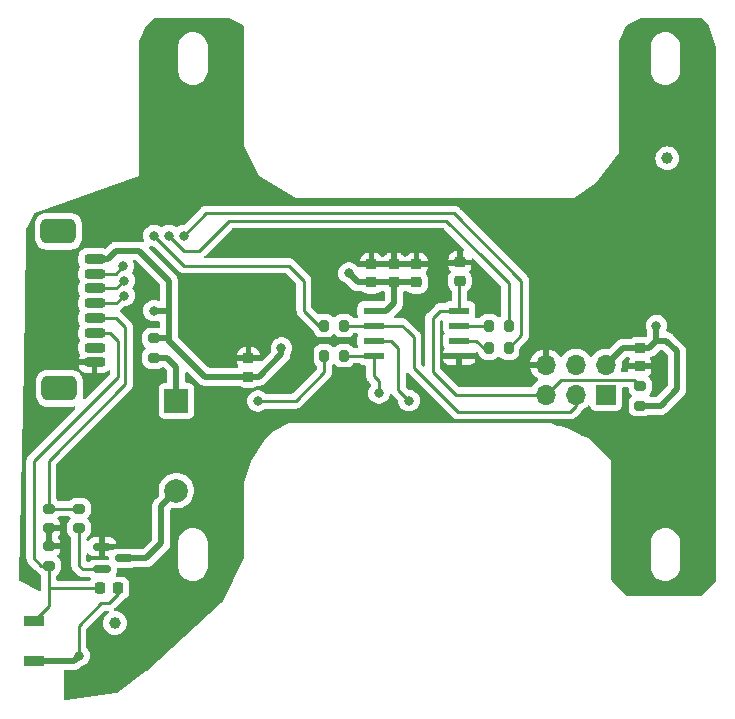
<source format=gbr>
%TF.GenerationSoftware,KiCad,Pcbnew,7.0.10*%
%TF.CreationDate,2024-01-10T06:21:24+05:30*%
%TF.ProjectId,Dashcam,44617368-6361-46d2-9e6b-696361645f70,rev?*%
%TF.SameCoordinates,Original*%
%TF.FileFunction,Copper,L2,Bot*%
%TF.FilePolarity,Positive*%
%FSLAX46Y46*%
G04 Gerber Fmt 4.6, Leading zero omitted, Abs format (unit mm)*
G04 Created by KiCad (PCBNEW 7.0.10) date 2024-01-10 06:21:24*
%MOMM*%
%LPD*%
G01*
G04 APERTURE LIST*
G04 Aperture macros list*
%AMRoundRect*
0 Rectangle with rounded corners*
0 $1 Rounding radius*
0 $2 $3 $4 $5 $6 $7 $8 $9 X,Y pos of 4 corners*
0 Add a 4 corners polygon primitive as box body*
4,1,4,$2,$3,$4,$5,$6,$7,$8,$9,$2,$3,0*
0 Add four circle primitives for the rounded corners*
1,1,$1+$1,$2,$3*
1,1,$1+$1,$4,$5*
1,1,$1+$1,$6,$7*
1,1,$1+$1,$8,$9*
0 Add four rect primitives between the rounded corners*
20,1,$1+$1,$2,$3,$4,$5,0*
20,1,$1+$1,$4,$5,$6,$7,0*
20,1,$1+$1,$6,$7,$8,$9,0*
20,1,$1+$1,$8,$9,$2,$3,0*%
G04 Aperture macros list end*
%TA.AperFunction,ComponentPad*%
%ADD10R,1.700000X1.700000*%
%TD*%
%TA.AperFunction,ComponentPad*%
%ADD11O,1.700000X1.700000*%
%TD*%
%TA.AperFunction,SMDPad,CuDef*%
%ADD12RoundRect,0.200000X-0.200000X-0.275000X0.200000X-0.275000X0.200000X0.275000X-0.200000X0.275000X0*%
%TD*%
%TA.AperFunction,SMDPad,CuDef*%
%ADD13RoundRect,0.225000X-0.250000X0.225000X-0.250000X-0.225000X0.250000X-0.225000X0.250000X0.225000X0*%
%TD*%
%TA.AperFunction,SMDPad,CuDef*%
%ADD14C,1.000000*%
%TD*%
%TA.AperFunction,SMDPad,CuDef*%
%ADD15RoundRect,0.200000X-0.650000X0.200000X-0.650000X-0.200000X0.650000X-0.200000X0.650000X0.200000X0*%
%TD*%
%TA.AperFunction,SMDPad,CuDef*%
%ADD16RoundRect,0.525000X-0.975000X0.525000X-0.975000X-0.525000X0.975000X-0.525000X0.975000X0.525000X0*%
%TD*%
%TA.AperFunction,SMDPad,CuDef*%
%ADD17RoundRect,0.150000X-0.587500X-0.150000X0.587500X-0.150000X0.587500X0.150000X-0.587500X0.150000X0*%
%TD*%
%TA.AperFunction,SMDPad,CuDef*%
%ADD18RoundRect,0.200000X-0.275000X0.200000X-0.275000X-0.200000X0.275000X-0.200000X0.275000X0.200000X0*%
%TD*%
%TA.AperFunction,SMDPad,CuDef*%
%ADD19RoundRect,0.200000X0.275000X-0.200000X0.275000X0.200000X-0.275000X0.200000X-0.275000X-0.200000X0*%
%TD*%
%TA.AperFunction,SMDPad,CuDef*%
%ADD20RoundRect,0.225000X0.225000X0.250000X-0.225000X0.250000X-0.225000X-0.250000X0.225000X-0.250000X0*%
%TD*%
%TA.AperFunction,ComponentPad*%
%ADD21R,2.000000X2.000000*%
%TD*%
%TA.AperFunction,ComponentPad*%
%ADD22C,2.000000*%
%TD*%
%TA.AperFunction,SMDPad,CuDef*%
%ADD23RoundRect,0.040600X0.814400X0.249400X-0.814400X0.249400X-0.814400X-0.249400X0.814400X-0.249400X0*%
%TD*%
%TA.AperFunction,SMDPad,CuDef*%
%ADD24R,1.700000X0.900000*%
%TD*%
%TA.AperFunction,SMDPad,CuDef*%
%ADD25RoundRect,0.225000X0.250000X-0.225000X0.250000X0.225000X-0.250000X0.225000X-0.250000X-0.225000X0*%
%TD*%
%TA.AperFunction,ViaPad*%
%ADD26C,0.800000*%
%TD*%
%TA.AperFunction,Conductor*%
%ADD27C,0.250000*%
%TD*%
%TA.AperFunction,Conductor*%
%ADD28C,0.254000*%
%TD*%
%TA.AperFunction,Conductor*%
%ADD29C,0.508000*%
%TD*%
G04 APERTURE END LIST*
D10*
%TO.P,J3,1,Pin_1*%
%TO.N,MISO*%
X157875000Y-63965000D03*
D11*
%TO.P,J3,2,Pin_2*%
%TO.N,+5V*%
X157875000Y-61425000D03*
%TO.P,J3,3,Pin_3*%
%TO.N,SEK*%
X155335000Y-63965000D03*
%TO.P,J3,4,Pin_4*%
%TO.N,MOSI*%
X155335000Y-61425000D03*
%TO.P,J3,5,Pin_5*%
%TO.N,Reset*%
X152795000Y-63965000D03*
%TO.P,J3,6,Pin_6*%
%TO.N,GND*%
X152795000Y-61425000D03*
%TD*%
D12*
%TO.P,R7,1*%
%TO.N,LED Selector*%
X134020000Y-58115000D03*
%TO.P,R7,2*%
%TO.N,SEK*%
X135670000Y-58115000D03*
%TD*%
D13*
%TO.P,C8,1*%
%TO.N,GND*%
X145513000Y-52768000D03*
%TO.P,C8,2*%
%TO.N,Reset*%
X145513000Y-54318000D03*
%TD*%
D14*
%TO.P,FID3,*%
%TO.N,*%
X116300000Y-83300000D03*
%TD*%
D15*
%TO.P,J4,1,Pin_1*%
%TO.N,+5V*%
X114570000Y-52470000D03*
%TO.P,J4,2,Pin_2*%
%TO.N,LED Selector*%
X114570000Y-53720000D03*
%TO.P,J4,3,Pin_3*%
%TO.N,ValuePin_1*%
X114570000Y-54970000D03*
%TO.P,J4,4,Pin_4*%
%TO.N,ValuePin_2*%
X114570000Y-56220000D03*
%TO.P,J4,5,Pin_5*%
%TO.N,buzzer*%
X114570000Y-57470000D03*
%TO.P,J4,6,Pin_6*%
%TO.N,pushbutton*%
X114570000Y-58720000D03*
%TO.P,J4,7,Pin_7*%
%TO.N,unconnected-(J4-Pin_7-Pad7)*%
X114570000Y-59970000D03*
%TO.P,J4,8,Pin_8*%
%TO.N,GND*%
X114570000Y-61220000D03*
D16*
%TO.P,J4,MP*%
%TO.N,N/C*%
X111520000Y-50120000D03*
X111595000Y-63420000D03*
%TD*%
D14*
%TO.P,FID2,*%
%TO.N,*%
X163056000Y-43950000D03*
%TD*%
D17*
%TO.P,U2,1,B*%
%TO.N,Net-(U2-B)*%
X115190000Y-78750000D03*
%TO.P,U2,2,E*%
%TO.N,GND*%
X115190000Y-76850000D03*
%TO.P,U2,3,C*%
%TO.N,Net-(BZ1-+)*%
X117065000Y-77800000D03*
%TD*%
D18*
%TO.P,R3,1*%
%TO.N,Reset*%
X160780000Y-63245000D03*
%TO.P,R3,2*%
%TO.N,+5V*%
X160780000Y-64895000D03*
%TD*%
D13*
%TO.P,C7,1*%
%TO.N,GND*%
X141830000Y-52895000D03*
%TO.P,C7,2*%
%TO.N,+5V*%
X141830000Y-54445000D03*
%TD*%
D19*
%TO.P,R1,2*%
%TO.N,GND*%
X110715000Y-76785000D03*
%TO.P,R1,1*%
%TO.N,pushbutton*%
X110715000Y-78435000D03*
%TD*%
D13*
%TO.P,C6,1*%
%TO.N,GND*%
X138020000Y-52895000D03*
%TO.P,C6,2*%
%TO.N,+5V*%
X138020000Y-54445000D03*
%TD*%
D20*
%TO.P,C1,1*%
%TO.N,+5V*%
X116570000Y-80340000D03*
%TO.P,C1,2*%
%TO.N,pushbutton*%
X115020000Y-80340000D03*
%TD*%
D12*
%TO.P,R9,1*%
%TO.N,Net-(U3-PB4)*%
X147990000Y-60020000D03*
%TO.P,R9,2*%
%TO.N,ValuePin_2*%
X149640000Y-60020000D03*
%TD*%
D21*
%TO.P,BZ1,1,-*%
%TO.N,Net-(BZ1--)*%
X121510000Y-64475000D03*
D22*
%TO.P,BZ1,2,+*%
%TO.N,Net-(BZ1-+)*%
X121510000Y-72075000D03*
%TD*%
D23*
%TO.P,U3,1,PB5*%
%TO.N,Reset*%
X145460000Y-56845000D03*
%TO.P,U3,2,PB3*%
%TO.N,Net-(U3-PB3)*%
X145460000Y-58115000D03*
%TO.P,U3,3,PB4*%
%TO.N,Net-(U3-PB4)*%
X145460000Y-59385000D03*
%TO.P,U3,4,GND*%
%TO.N,GND*%
X145460000Y-60655000D03*
%TO.P,U3,5,PB0*%
%TO.N,MOSI*%
X138200000Y-60655000D03*
%TO.P,U3,6,PB1*%
%TO.N,MISO*%
X138200000Y-59385000D03*
%TO.P,U3,7,PB2*%
%TO.N,SEK*%
X138200000Y-58115000D03*
%TO.P,U3,8,VCC*%
%TO.N,+5V*%
X138200000Y-56845000D03*
%TD*%
D24*
%TO.P,SW1,1,1*%
%TO.N,pushbutton*%
X109445000Y-83085000D03*
%TO.P,SW1,2,2*%
%TO.N,+5V*%
X109445000Y-86485000D03*
%TD*%
D13*
%TO.P,C5,1*%
%TO.N,GND*%
X139925000Y-52895000D03*
%TO.P,C5,2*%
%TO.N,+5V*%
X139925000Y-54445000D03*
%TD*%
D12*
%TO.P,R8,1*%
%TO.N,Net-(U3-PB3)*%
X147990000Y-58115000D03*
%TO.P,R8,2*%
%TO.N,ValuePin_1*%
X149640000Y-58115000D03*
%TD*%
D25*
%TO.P,DC_U1,1*%
%TO.N,+5V*%
X127606000Y-62433000D03*
%TO.P,DC_U1,2*%
%TO.N,GND*%
X127606000Y-60883000D03*
%TD*%
D13*
%TO.P,DC_U4,1*%
%TO.N,+5V*%
X160753000Y-60007000D03*
%TO.P,DC_U4,2*%
%TO.N,GND*%
X160753000Y-61557000D03*
%TD*%
D18*
%TO.P,R4,1*%
%TO.N,buzzer*%
X113255000Y-73610000D03*
%TO.P,R4,2*%
%TO.N,Net-(U2-B)*%
X113255000Y-75260000D03*
%TD*%
%TO.P,R2,1*%
%TO.N,+5V*%
X119605000Y-59195000D03*
%TO.P,R2,2*%
%TO.N,Net-(BZ1--)*%
X119605000Y-60845000D03*
%TD*%
D19*
%TO.P,R5,1*%
%TO.N,GND*%
X110715000Y-75260000D03*
%TO.P,R5,2*%
%TO.N,buzzer*%
X110715000Y-73610000D03*
%TD*%
D12*
%TO.P,R6,1*%
%TO.N,neodin*%
X134020000Y-60655000D03*
%TO.P,R6,2*%
%TO.N,MOSI*%
X135670000Y-60655000D03*
%TD*%
D26*
%TO.N,GND*%
X162400000Y-62000000D03*
%TO.N,MISO*%
X141195000Y-64465000D03*
%TO.N,MOSI*%
X138655000Y-63830000D03*
%TO.N,+5V*%
X119605000Y-56845000D03*
X113255000Y-86055000D03*
X136115000Y-53670000D03*
X130400000Y-60020000D03*
X162150000Y-58115000D03*
%TO.N,GND*%
X129765000Y-51130000D03*
X120240000Y-80340000D03*
X125320000Y-54940000D03*
X125955000Y-46050000D03*
X119605000Y-47955000D03*
X151355000Y-51765000D03*
X143735000Y-51765000D03*
X110715000Y-65735000D03*
X111985000Y-79070000D03*
X147545000Y-54940000D03*
X122780000Y-81610000D03*
X122223154Y-68454674D03*
X113890000Y-70815000D03*
X134210000Y-54940000D03*
X134845000Y-52400000D03*
%TO.N,neodin*%
X128400000Y-64500000D03*
%TO.N,LED Selector*%
X119605000Y-50495000D03*
X117015000Y-53085000D03*
%TO.N,ValuePin_1*%
X120875000Y-50495000D03*
X117065000Y-54305000D03*
%TO.N,ValuePin_2*%
X117065000Y-55575000D03*
X122145000Y-50495000D03*
%TD*%
D27*
%TO.N,Reset*%
X143195000Y-57502500D02*
X143195000Y-62020000D01*
%TO.N,SEK*%
X145305000Y-65400000D02*
X154865000Y-65400000D01*
X141600000Y-61695000D02*
X145305000Y-65400000D01*
X141600000Y-59100000D02*
X141600000Y-61695000D01*
X141000000Y-58500000D02*
X141600000Y-59100000D01*
X154865000Y-65400000D02*
X155335000Y-64930000D01*
X155335000Y-64930000D02*
X155335000Y-63965000D01*
D28*
%TO.N,neodin*%
X134020000Y-62080000D02*
X134020000Y-60655000D01*
X131600000Y-64500000D02*
X134020000Y-62080000D01*
X128400000Y-64500000D02*
X131600000Y-64500000D01*
%TO.N,SEK*%
X141000000Y-58500000D02*
X140615000Y-58115000D01*
X140615000Y-58115000D02*
X138200000Y-58115000D01*
D27*
%TO.N,MISO*%
X140300000Y-63570000D02*
X141195000Y-64465000D01*
X140300000Y-60000000D02*
X140300000Y-63570000D01*
X139685000Y-59385000D02*
X140300000Y-60000000D01*
X138200000Y-59385000D02*
X139685000Y-59385000D01*
D29*
%TO.N,+5V*%
X162505000Y-64895000D02*
X160780000Y-64895000D01*
X163900000Y-63500000D02*
X162505000Y-64895000D01*
X163900000Y-60300000D02*
X163900000Y-63500000D01*
X162985000Y-59385000D02*
X163900000Y-60300000D01*
X162150000Y-59385000D02*
X162985000Y-59385000D01*
X159293000Y-60007000D02*
X157875000Y-61425000D01*
X160753000Y-60007000D02*
X159293000Y-60007000D01*
D27*
%TO.N,Reset*%
X160235000Y-62700000D02*
X160780000Y-63245000D01*
X154060000Y-62700000D02*
X160235000Y-62700000D01*
X152795000Y-63965000D02*
X154060000Y-62700000D01*
%TO.N,MOSI*%
X138655000Y-62835000D02*
X138655000Y-63830000D01*
X138200000Y-62380000D02*
X138655000Y-62835000D01*
X138200000Y-60655000D02*
X138200000Y-62380000D01*
%TO.N,Reset*%
X143195000Y-62020000D02*
X145140000Y-63965000D01*
X145140000Y-63965000D02*
X152795000Y-63965000D01*
D29*
%TO.N,Net-(BZ1--)*%
X121510000Y-61656264D02*
X121510000Y-64475000D01*
D28*
X121592000Y-64557000D02*
X121510000Y-64475000D01*
D29*
X119605000Y-60845000D02*
X120698736Y-60845000D01*
X121510000Y-64475000D02*
X121719000Y-64684000D01*
X120698736Y-60845000D02*
X121510000Y-61656264D01*
%TO.N,+5V*%
X139290000Y-56845000D02*
X139925000Y-56210000D01*
X119605000Y-59195000D02*
X120685000Y-59195000D01*
X118335000Y-51765000D02*
X116430000Y-51765000D01*
X128495000Y-62433000D02*
X130400000Y-60528000D01*
X139925000Y-56210000D02*
X139925000Y-54445000D01*
X160753000Y-60007000D02*
X161528000Y-60007000D01*
X136890000Y-54445000D02*
X138020000Y-54445000D01*
X138200000Y-56845000D02*
X139290000Y-56845000D01*
X130400000Y-60528000D02*
X130400000Y-60020000D01*
X161528000Y-60007000D02*
X162150000Y-59385000D01*
X116430000Y-51765000D02*
X115725000Y-52470000D01*
X109445000Y-86485000D02*
X112825000Y-86485000D01*
X120685000Y-59195000D02*
X120875000Y-59385000D01*
D27*
X116570000Y-80835000D02*
X115795000Y-81610000D01*
X115795000Y-81610000D02*
X115160000Y-81610000D01*
D29*
X136115000Y-53670000D02*
X136890000Y-54445000D01*
X127606000Y-62433000D02*
X128495000Y-62433000D01*
D27*
X116570000Y-80340000D02*
X116570000Y-80835000D01*
D29*
X141944000Y-54445000D02*
X138020000Y-54445000D01*
X130400000Y-60274000D02*
X130400000Y-60020000D01*
D27*
X115160000Y-81610000D02*
X113255000Y-83515000D01*
D29*
X115725000Y-52470000D02*
X114570000Y-52470000D01*
X120875000Y-54305000D02*
X118335000Y-51765000D01*
X120875000Y-56845000D02*
X120875000Y-54305000D01*
X120875000Y-56845000D02*
X120875000Y-59385000D01*
D27*
X113255000Y-83515000D02*
X113255000Y-86055000D01*
D29*
X119605000Y-56845000D02*
X120875000Y-56845000D01*
X112825000Y-86485000D02*
X113255000Y-86055000D01*
X120875000Y-59385000D02*
X123923000Y-62433000D01*
X162150000Y-59385000D02*
X162150000Y-58115000D01*
X141830000Y-54445000D02*
X141944000Y-54445000D01*
X123923000Y-62433000D02*
X127606000Y-62433000D01*
X141944000Y-54445000D02*
X141957000Y-54432000D01*
%TO.N,Net-(BZ1-+)*%
X117065000Y-77800000D02*
X118970000Y-77800000D01*
X120240000Y-76530000D02*
X120240000Y-73345000D01*
X118970000Y-77800000D02*
X120240000Y-76530000D01*
D28*
X117065000Y-77800000D02*
X117700000Y-77800000D01*
D29*
X120240000Y-73345000D02*
X121510000Y-72075000D01*
D28*
%TO.N,GND*%
X145386000Y-52895000D02*
X145513000Y-52768000D01*
X141830000Y-52895000D02*
X145386000Y-52895000D01*
%TO.N,pushbutton*%
X109445000Y-83085000D02*
X110715000Y-81815000D01*
X110715000Y-81815000D02*
X110715000Y-80340000D01*
X109445000Y-77800000D02*
X109445000Y-69545000D01*
X116557000Y-62433000D02*
X116557000Y-59385000D01*
D27*
X115020000Y-80340000D02*
X110715000Y-80340000D01*
X116557000Y-59385000D02*
X115892000Y-58720000D01*
D28*
X109445000Y-69545000D02*
X116557000Y-62433000D01*
X110715000Y-80340000D02*
X110715000Y-78435000D01*
X110715000Y-78435000D02*
X110080000Y-78435000D01*
X110080000Y-78435000D02*
X109445000Y-77800000D01*
D27*
X115892000Y-58720000D02*
X114570000Y-58720000D01*
D28*
%TO.N,buzzer*%
X110715000Y-69545000D02*
X117192000Y-63068000D01*
D27*
X117192000Y-58242000D02*
X116420000Y-57470000D01*
X117192000Y-58750000D02*
X117192000Y-58242000D01*
X116420000Y-57470000D02*
X114570000Y-57470000D01*
D28*
X113255000Y-73610000D02*
X110715000Y-73610000D01*
X110715000Y-73610000D02*
X110715000Y-69545000D01*
X117192000Y-63068000D02*
X117192000Y-58750000D01*
%TO.N,Reset*%
X143195000Y-57502500D02*
X143852500Y-56845000D01*
X145460000Y-56845000D02*
X145460000Y-54371000D01*
X143852500Y-56845000D02*
X145460000Y-56845000D01*
X145460000Y-54371000D02*
X145513000Y-54318000D01*
%TO.N,LED Selector*%
X117065000Y-53035000D02*
X117015000Y-53085000D01*
X122145000Y-53035000D02*
X119605000Y-50495000D01*
D27*
X116380000Y-53720000D02*
X114570000Y-53720000D01*
X132305000Y-56845000D02*
X132305000Y-54305000D01*
X132305000Y-54305000D02*
X131035000Y-53035000D01*
X117015000Y-53085000D02*
X116380000Y-53720000D01*
X133575000Y-58115000D02*
X132305000Y-56845000D01*
D28*
X131035000Y-53035000D02*
X122145000Y-53035000D01*
D27*
X134020000Y-58115000D02*
X133575000Y-58115000D01*
D28*
%TO.N,MOSI*%
X138200000Y-60655000D02*
X135670000Y-60655000D01*
%TO.N,ValuePin_1*%
X123415000Y-51765000D02*
X122145000Y-51765000D01*
X117035000Y-54335000D02*
X117065000Y-54305000D01*
X122145000Y-51765000D02*
X120875000Y-50495000D01*
D27*
X117065000Y-54305000D02*
X116400000Y-54970000D01*
D28*
X144370000Y-49225000D02*
X125955000Y-49225000D01*
D27*
X116400000Y-54970000D02*
X114570000Y-54970000D01*
D28*
X125955000Y-49225000D02*
X123415000Y-51765000D01*
D27*
X149640000Y-54495000D02*
X149640000Y-58115000D01*
D28*
X147545000Y-52400000D02*
X144370000Y-49225000D01*
D27*
X147545000Y-52400000D02*
X149640000Y-54495000D01*
D28*
%TO.N,ValuePin_2*%
X117055000Y-55585000D02*
X117065000Y-55575000D01*
D27*
X150720000Y-58940000D02*
X150720000Y-54305000D01*
X117065000Y-55575000D02*
X116420000Y-56220000D01*
D28*
X145005000Y-48590000D02*
X150720000Y-54305000D01*
X124050000Y-48590000D02*
X145005000Y-48590000D01*
D27*
X116420000Y-56220000D02*
X114570000Y-56220000D01*
X149640000Y-60020000D02*
X150720000Y-58940000D01*
D28*
X122145000Y-50495000D02*
X124050000Y-48590000D01*
%TO.N,Net-(U2-B)*%
X113570000Y-78750000D02*
X115190000Y-78750000D01*
X113255000Y-75260000D02*
X113255000Y-78435000D01*
X113255000Y-78435000D02*
X113570000Y-78750000D01*
D27*
%TO.N,Net-(U3-PB3)*%
X145460000Y-58115000D02*
X147990000Y-58115000D01*
%TO.N,Net-(U3-PB4)*%
X147545000Y-60020000D02*
X147990000Y-60020000D01*
X146910000Y-59385000D02*
X147545000Y-60020000D01*
X145460000Y-59385000D02*
X146910000Y-59385000D01*
%TO.N,SEK*%
X138200000Y-58115000D02*
X135670000Y-58115000D01*
%TD*%
%TA.AperFunction,Conductor*%
%TO.N,GND*%
G36*
X125981182Y-32093091D02*
G01*
X127156454Y-32680727D01*
X127207613Y-32728314D01*
X127225000Y-32791636D01*
X127225000Y-42875000D01*
X128495000Y-45415000D01*
X131670000Y-47320000D01*
X155165000Y-47320000D01*
X157070000Y-46050000D01*
X158645000Y-43950000D01*
X162050659Y-43950000D01*
X162069975Y-44146129D01*
X162127188Y-44334733D01*
X162220086Y-44508532D01*
X162220090Y-44508539D01*
X162345116Y-44660883D01*
X162497460Y-44785909D01*
X162497467Y-44785913D01*
X162671266Y-44878811D01*
X162671269Y-44878811D01*
X162671273Y-44878814D01*
X162859868Y-44936024D01*
X163056000Y-44955341D01*
X163252132Y-44936024D01*
X163440727Y-44878814D01*
X163614538Y-44785910D01*
X163766883Y-44660883D01*
X163891910Y-44508538D01*
X163984814Y-44334727D01*
X164042024Y-44146132D01*
X164061341Y-43950000D01*
X164042024Y-43753868D01*
X163984814Y-43565273D01*
X163984811Y-43565269D01*
X163984811Y-43565266D01*
X163891913Y-43391467D01*
X163891909Y-43391460D01*
X163766883Y-43239116D01*
X163614539Y-43114090D01*
X163614532Y-43114086D01*
X163440733Y-43021188D01*
X163440727Y-43021186D01*
X163252132Y-42963976D01*
X163252129Y-42963975D01*
X163056000Y-42944659D01*
X162859870Y-42963975D01*
X162671266Y-43021188D01*
X162497467Y-43114086D01*
X162497460Y-43114090D01*
X162345116Y-43239116D01*
X162220090Y-43391460D01*
X162220086Y-43391467D01*
X162127188Y-43565266D01*
X162069975Y-43753870D01*
X162050659Y-43950000D01*
X158645000Y-43950000D01*
X158975000Y-43510000D01*
X158975000Y-36603618D01*
X161649500Y-36603618D01*
X161683610Y-36808034D01*
X161750898Y-37004037D01*
X161750900Y-37004043D01*
X161849534Y-37186302D01*
X161849537Y-37186306D01*
X161976818Y-37349836D01*
X161976821Y-37349840D01*
X162129296Y-37490204D01*
X162302788Y-37603551D01*
X162492572Y-37686798D01*
X162693469Y-37737672D01*
X162762312Y-37743376D01*
X162899994Y-37754786D01*
X162900000Y-37754786D01*
X162900006Y-37754786D01*
X163023918Y-37744517D01*
X163106531Y-37737672D01*
X163307428Y-37686798D01*
X163497212Y-37603551D01*
X163670706Y-37490202D01*
X163823176Y-37349843D01*
X163950465Y-37186303D01*
X164049100Y-37004042D01*
X164116390Y-36808032D01*
X164150500Y-36603619D01*
X164150500Y-36500000D01*
X164150500Y-36499500D01*
X164150500Y-34499901D01*
X164150500Y-34396381D01*
X164116390Y-34191968D01*
X164049100Y-33995958D01*
X163950465Y-33813697D01*
X163950462Y-33813693D01*
X163823181Y-33650163D01*
X163823178Y-33650159D01*
X163670703Y-33509795D01*
X163497211Y-33396448D01*
X163307428Y-33313202D01*
X163106527Y-33262327D01*
X162900006Y-33245214D01*
X162899994Y-33245214D01*
X162693472Y-33262327D01*
X162492571Y-33313202D01*
X162302788Y-33396448D01*
X162129296Y-33509795D01*
X161976821Y-33650159D01*
X161976818Y-33650163D01*
X161849537Y-33813693D01*
X161849534Y-33813697D01*
X161750900Y-33995956D01*
X161750898Y-33995962D01*
X161683610Y-34191965D01*
X161649500Y-34396381D01*
X161649500Y-36603618D01*
X158975000Y-36603618D01*
X158975000Y-34014272D01*
X158988091Y-33958818D01*
X159060652Y-33813697D01*
X159119243Y-33696515D01*
X159591515Y-32751970D01*
X159639102Y-32700811D01*
X159646970Y-32696515D01*
X160853818Y-32093091D01*
X160909272Y-32080000D01*
X165908638Y-32080000D01*
X165975677Y-32099685D01*
X165996319Y-32116319D01*
X166574300Y-32694300D01*
X166604256Y-32742769D01*
X167223637Y-34600911D01*
X167230000Y-34640123D01*
X167230000Y-79653638D01*
X167210315Y-79720677D01*
X167193681Y-79741319D01*
X165996319Y-80938681D01*
X165934996Y-80972166D01*
X165908638Y-80975000D01*
X159661362Y-80975000D01*
X159594323Y-80955315D01*
X159573681Y-80938681D01*
X158376319Y-79741319D01*
X158342834Y-79679996D01*
X158340000Y-79653638D01*
X158340000Y-78603619D01*
X161649500Y-78603619D01*
X161654844Y-78635644D01*
X161683610Y-78808034D01*
X161750898Y-79004037D01*
X161750900Y-79004043D01*
X161849534Y-79186302D01*
X161849537Y-79186306D01*
X161976818Y-79349836D01*
X161976821Y-79349840D01*
X161976823Y-79349842D01*
X161976824Y-79349843D01*
X162020700Y-79390234D01*
X162129296Y-79490204D01*
X162216900Y-79547438D01*
X162302788Y-79603551D01*
X162492572Y-79686798D01*
X162693469Y-79737672D01*
X162762312Y-79743376D01*
X162899994Y-79754786D01*
X162900000Y-79754786D01*
X162900006Y-79754786D01*
X163023918Y-79744517D01*
X163106531Y-79737672D01*
X163307428Y-79686798D01*
X163497212Y-79603551D01*
X163670706Y-79490202D01*
X163823176Y-79349843D01*
X163950465Y-79186303D01*
X164049100Y-79004042D01*
X164116390Y-78808032D01*
X164150500Y-78603619D01*
X164150500Y-78500000D01*
X164150500Y-78499500D01*
X164150500Y-76499901D01*
X164150500Y-76396381D01*
X164116390Y-76191968D01*
X164049100Y-75995958D01*
X163950465Y-75813697D01*
X163903152Y-75752909D01*
X163823181Y-75650163D01*
X163823178Y-75650159D01*
X163670703Y-75509795D01*
X163497211Y-75396448D01*
X163307428Y-75313202D01*
X163106527Y-75262327D01*
X162900006Y-75245214D01*
X162899994Y-75245214D01*
X162693472Y-75262327D01*
X162492571Y-75313202D01*
X162302788Y-75396448D01*
X162129296Y-75509795D01*
X161976821Y-75650159D01*
X161976818Y-75650163D01*
X161849537Y-75813693D01*
X161849534Y-75813697D01*
X161750900Y-75995956D01*
X161750898Y-75995962D01*
X161683610Y-76191965D01*
X161649500Y-76396381D01*
X161649500Y-76499901D01*
X161649500Y-78499500D01*
X161649500Y-78500000D01*
X161649500Y-78603619D01*
X158340000Y-78603619D01*
X158340000Y-69545000D01*
X156435000Y-67640000D01*
X156434997Y-67639998D01*
X155671161Y-67334464D01*
X155649392Y-67323142D01*
X155461875Y-67200631D01*
X155461872Y-67200630D01*
X155098092Y-67003761D01*
X155098078Y-67003755D01*
X154719278Y-66837597D01*
X154719272Y-66837595D01*
X154719270Y-66837594D01*
X154719271Y-66837594D01*
X154328060Y-66703291D01*
X154328054Y-66703289D01*
X154328047Y-66703287D01*
X154094297Y-66644093D01*
X153927062Y-66601743D01*
X153927063Y-66601743D01*
X153789787Y-66578835D01*
X153764146Y-66571657D01*
X153260000Y-66370000D01*
X131035000Y-66370000D01*
X131034999Y-66370000D01*
X129764999Y-67005000D01*
X129130004Y-67639994D01*
X129130001Y-67639997D01*
X127859999Y-69545001D01*
X127225000Y-71450000D01*
X127225000Y-77770728D01*
X127211909Y-77826182D01*
X125330502Y-81588995D01*
X125302545Y-81625709D01*
X118974120Y-87321292D01*
X118965568Y-87328324D01*
X116455415Y-89210938D01*
X116398551Y-89234492D01*
X112126536Y-89844780D01*
X112057387Y-89834774D01*
X112004624Y-89788971D01*
X111985000Y-89722026D01*
X111985000Y-87371500D01*
X112004685Y-87304461D01*
X112057489Y-87258706D01*
X112109000Y-87247500D01*
X112760418Y-87247500D01*
X112778388Y-87248809D01*
X112781080Y-87249203D01*
X112802672Y-87252366D01*
X112852896Y-87247971D01*
X112863703Y-87247500D01*
X112869406Y-87247500D01*
X112869412Y-87247500D01*
X112900759Y-87243835D01*
X112904280Y-87243476D01*
X112980240Y-87236831D01*
X112980248Y-87236828D01*
X112987309Y-87235371D01*
X112987317Y-87235414D01*
X112995016Y-87233707D01*
X112995007Y-87233666D01*
X113002033Y-87232000D01*
X113002036Y-87231998D01*
X113002042Y-87231998D01*
X113073757Y-87205895D01*
X113077012Y-87204764D01*
X113149440Y-87180765D01*
X113149446Y-87180761D01*
X113155988Y-87177711D01*
X113156006Y-87177750D01*
X113163102Y-87174315D01*
X113163083Y-87174276D01*
X113169535Y-87171035D01*
X113169539Y-87171034D01*
X113233275Y-87129113D01*
X113236206Y-87127245D01*
X113301149Y-87087188D01*
X113301153Y-87087183D01*
X113306813Y-87082709D01*
X113306840Y-87082743D01*
X113312953Y-87077763D01*
X113312926Y-87077730D01*
X113318457Y-87073088D01*
X113318462Y-87073085D01*
X113370803Y-87017606D01*
X113373281Y-87015056D01*
X113418935Y-86969402D01*
X113480258Y-86935917D01*
X113480836Y-86935793D01*
X113480940Y-86935770D01*
X113537288Y-86923794D01*
X113711752Y-86846118D01*
X113866253Y-86733866D01*
X113994040Y-86591944D01*
X114089527Y-86426556D01*
X114148542Y-86244928D01*
X114168504Y-86055000D01*
X114148542Y-85865072D01*
X114089527Y-85683444D01*
X114032177Y-85584111D01*
X113994041Y-85518057D01*
X113994036Y-85518050D01*
X113920350Y-85436213D01*
X113890120Y-85373221D01*
X113888500Y-85353241D01*
X113888500Y-83828766D01*
X113908185Y-83761727D01*
X113924819Y-83741085D01*
X115386086Y-82279819D01*
X115447409Y-82246334D01*
X115473767Y-82243500D01*
X115663695Y-82243500D01*
X115730734Y-82263185D01*
X115776489Y-82315989D01*
X115786433Y-82385147D01*
X115757408Y-82448703D01*
X115742360Y-82463353D01*
X115589116Y-82589116D01*
X115464090Y-82741460D01*
X115464086Y-82741467D01*
X115371188Y-82915266D01*
X115313975Y-83103870D01*
X115294659Y-83300000D01*
X115313975Y-83496129D01*
X115371188Y-83684733D01*
X115464086Y-83858532D01*
X115464090Y-83858539D01*
X115589116Y-84010883D01*
X115741460Y-84135909D01*
X115741467Y-84135913D01*
X115915266Y-84228811D01*
X115915269Y-84228811D01*
X115915273Y-84228814D01*
X116103868Y-84286024D01*
X116300000Y-84305341D01*
X116496132Y-84286024D01*
X116684727Y-84228814D01*
X116858538Y-84135910D01*
X117010883Y-84010883D01*
X117135910Y-83858538D01*
X117228814Y-83684727D01*
X117286024Y-83496132D01*
X117305341Y-83300000D01*
X117286024Y-83103868D01*
X117228814Y-82915273D01*
X117228811Y-82915269D01*
X117228811Y-82915266D01*
X117135913Y-82741467D01*
X117135909Y-82741460D01*
X117010883Y-82589116D01*
X116858539Y-82464090D01*
X116858532Y-82464086D01*
X116684733Y-82371188D01*
X116684727Y-82371186D01*
X116496132Y-82313976D01*
X116496129Y-82313975D01*
X116299181Y-82294578D01*
X116234394Y-82268417D01*
X116194035Y-82211383D01*
X116190918Y-82141583D01*
X116226033Y-82081178D01*
X116226450Y-82080784D01*
X116232098Y-82075478D01*
X116232107Y-82075472D01*
X116260359Y-82041319D01*
X116268203Y-82032699D01*
X116958815Y-81342087D01*
X116971175Y-81332187D01*
X116971001Y-81331977D01*
X116977010Y-81327004D01*
X116977018Y-81327000D01*
X116989011Y-81314227D01*
X117040401Y-81281403D01*
X117107101Y-81259302D01*
X117253040Y-81169285D01*
X117374285Y-81048040D01*
X117464302Y-80902101D01*
X117518236Y-80739336D01*
X117528500Y-80638872D01*
X117528500Y-80041128D01*
X117518236Y-79940664D01*
X117464302Y-79777899D01*
X117464298Y-79777893D01*
X117464297Y-79777890D01*
X117374287Y-79631963D01*
X117374284Y-79631959D01*
X117253040Y-79510715D01*
X117253036Y-79510712D01*
X117107109Y-79420702D01*
X117107103Y-79420699D01*
X117107101Y-79420698D01*
X116944336Y-79366764D01*
X116843879Y-79356500D01*
X116843872Y-79356500D01*
X116489960Y-79356500D01*
X116422921Y-79336815D01*
X116377166Y-79284011D01*
X116367222Y-79214853D01*
X116383227Y-79169381D01*
X116386643Y-79163604D01*
X116386645Y-79163601D01*
X116432336Y-79006331D01*
X116433061Y-79003835D01*
X116433062Y-79003829D01*
X116436000Y-78966502D01*
X116436000Y-78732500D01*
X116455685Y-78665461D01*
X116508489Y-78619706D01*
X116560000Y-78608500D01*
X117718996Y-78608500D01*
X117719002Y-78608500D01*
X117756331Y-78605562D01*
X117763019Y-78603619D01*
X121649500Y-78603619D01*
X121654844Y-78635644D01*
X121683610Y-78808034D01*
X121750898Y-79004037D01*
X121750900Y-79004043D01*
X121849534Y-79186302D01*
X121849537Y-79186306D01*
X121976818Y-79349836D01*
X121976821Y-79349840D01*
X121976823Y-79349842D01*
X121976824Y-79349843D01*
X122020700Y-79390234D01*
X122129296Y-79490204D01*
X122216900Y-79547438D01*
X122302788Y-79603551D01*
X122492572Y-79686798D01*
X122693469Y-79737672D01*
X122762312Y-79743376D01*
X122899994Y-79754786D01*
X122900000Y-79754786D01*
X122900006Y-79754786D01*
X123023918Y-79744517D01*
X123106531Y-79737672D01*
X123307428Y-79686798D01*
X123497212Y-79603551D01*
X123670706Y-79490202D01*
X123823176Y-79349843D01*
X123950465Y-79186303D01*
X124049100Y-79004042D01*
X124116390Y-78808032D01*
X124150500Y-78603619D01*
X124150500Y-78500000D01*
X124150500Y-78499500D01*
X124150500Y-76499901D01*
X124150500Y-76396381D01*
X124116390Y-76191968D01*
X124049100Y-75995958D01*
X123950465Y-75813697D01*
X123903152Y-75752909D01*
X123823181Y-75650163D01*
X123823178Y-75650159D01*
X123670703Y-75509795D01*
X123497211Y-75396448D01*
X123307428Y-75313202D01*
X123106527Y-75262327D01*
X122900006Y-75245214D01*
X122899994Y-75245214D01*
X122693472Y-75262327D01*
X122492571Y-75313202D01*
X122302788Y-75396448D01*
X122129296Y-75509795D01*
X121976821Y-75650159D01*
X121976818Y-75650163D01*
X121849537Y-75813693D01*
X121849534Y-75813697D01*
X121750900Y-75995956D01*
X121750898Y-75995962D01*
X121683610Y-76191965D01*
X121649500Y-76396381D01*
X121649500Y-76499901D01*
X121649500Y-78499500D01*
X121649500Y-78500000D01*
X121649500Y-78603619D01*
X117763019Y-78603619D01*
X117836800Y-78582183D01*
X117887609Y-78567423D01*
X117922203Y-78562500D01*
X118905418Y-78562500D01*
X118923388Y-78563809D01*
X118926080Y-78564203D01*
X118947672Y-78567366D01*
X118997896Y-78562971D01*
X119008703Y-78562500D01*
X119014406Y-78562500D01*
X119014412Y-78562500D01*
X119045759Y-78558835D01*
X119049280Y-78558476D01*
X119125240Y-78551831D01*
X119125248Y-78551828D01*
X119132309Y-78550371D01*
X119132317Y-78550414D01*
X119140016Y-78548707D01*
X119140007Y-78548666D01*
X119147033Y-78547000D01*
X119147036Y-78546998D01*
X119147042Y-78546998D01*
X119218757Y-78520895D01*
X119222012Y-78519764D01*
X119294440Y-78495765D01*
X119294446Y-78495761D01*
X119300988Y-78492711D01*
X119301006Y-78492750D01*
X119308102Y-78489315D01*
X119308083Y-78489276D01*
X119314535Y-78486035D01*
X119314539Y-78486034D01*
X119378275Y-78444113D01*
X119381206Y-78442245D01*
X119446149Y-78402188D01*
X119446153Y-78402183D01*
X119451813Y-78397709D01*
X119451840Y-78397743D01*
X119457954Y-78392763D01*
X119457927Y-78392730D01*
X119463457Y-78388088D01*
X119463462Y-78388085D01*
X119515821Y-78332586D01*
X119518265Y-78330070D01*
X120733504Y-77114832D01*
X120747133Y-77103055D01*
X120751237Y-77100000D01*
X120766822Y-77088398D01*
X120799229Y-77049774D01*
X120806541Y-77041796D01*
X120810573Y-77037765D01*
X120810576Y-77037760D01*
X120810581Y-77037756D01*
X120817944Y-77028441D01*
X120830170Y-77012979D01*
X120832333Y-77010322D01*
X120881396Y-76951853D01*
X120881400Y-76951844D01*
X120885364Y-76945819D01*
X120885400Y-76945843D01*
X120889637Y-76939192D01*
X120889601Y-76939170D01*
X120893393Y-76933022D01*
X120893395Y-76933020D01*
X120925630Y-76863888D01*
X120927170Y-76860707D01*
X120961394Y-76792566D01*
X120961395Y-76792558D01*
X120963863Y-76785780D01*
X120963903Y-76785794D01*
X120966493Y-76778344D01*
X120966453Y-76778331D01*
X120968723Y-76771480D01*
X120968723Y-76771476D01*
X120968725Y-76771474D01*
X120984146Y-76696781D01*
X120984924Y-76693280D01*
X121002500Y-76619121D01*
X121003339Y-76611949D01*
X121003380Y-76611953D01*
X121004181Y-76604106D01*
X121004140Y-76604103D01*
X121004769Y-76596913D01*
X121002552Y-76520711D01*
X121002500Y-76517105D01*
X121002500Y-73712199D01*
X121022185Y-73645160D01*
X121038819Y-73624518D01*
X121079447Y-73583890D01*
X121140770Y-73550405D01*
X121196073Y-73550996D01*
X121273289Y-73569535D01*
X121510000Y-73588165D01*
X121746711Y-73569535D01*
X121977594Y-73514105D01*
X121977596Y-73514104D01*
X121977597Y-73514104D01*
X122196959Y-73423242D01*
X122196960Y-73423241D01*
X122196963Y-73423240D01*
X122399416Y-73299176D01*
X122579969Y-73144969D01*
X122734176Y-72964416D01*
X122858240Y-72761963D01*
X122858987Y-72760161D01*
X122949104Y-72542597D01*
X122949104Y-72542596D01*
X122949105Y-72542594D01*
X123004535Y-72311711D01*
X123023165Y-72075000D01*
X123004535Y-71838289D01*
X122949105Y-71607406D01*
X122949104Y-71607403D01*
X122949104Y-71607402D01*
X122858242Y-71388040D01*
X122858240Y-71388037D01*
X122734179Y-71185589D01*
X122734178Y-71185586D01*
X122650101Y-71087145D01*
X122579969Y-71005031D01*
X122460596Y-70903076D01*
X122399413Y-70850821D01*
X122399410Y-70850820D01*
X122196962Y-70726759D01*
X122196959Y-70726757D01*
X121977596Y-70635895D01*
X121746714Y-70580465D01*
X121510000Y-70561835D01*
X121273285Y-70580465D01*
X121042404Y-70635895D01*
X121042402Y-70635895D01*
X120823040Y-70726757D01*
X120823037Y-70726759D01*
X120620589Y-70850820D01*
X120620586Y-70850821D01*
X120440031Y-71005031D01*
X120285821Y-71185586D01*
X120285820Y-71185589D01*
X120161759Y-71388037D01*
X120161757Y-71388040D01*
X120070895Y-71607402D01*
X120070895Y-71607404D01*
X120015465Y-71838285D01*
X119996835Y-72075000D01*
X120015465Y-72311714D01*
X120034002Y-72388923D01*
X120030511Y-72458705D01*
X120001109Y-72505551D01*
X119746499Y-72760161D01*
X119732872Y-72771939D01*
X119713175Y-72786604D01*
X119680762Y-72825231D01*
X119673470Y-72833191D01*
X119669423Y-72837238D01*
X119649860Y-72861979D01*
X119647586Y-72864770D01*
X119598603Y-72923147D01*
X119594637Y-72929178D01*
X119594603Y-72929156D01*
X119590361Y-72935815D01*
X119590395Y-72935836D01*
X119586604Y-72941981D01*
X119554392Y-73011058D01*
X119552822Y-73014300D01*
X119518605Y-73082432D01*
X119516135Y-73089221D01*
X119516097Y-73089207D01*
X119513506Y-73096661D01*
X119513546Y-73096674D01*
X119511274Y-73103529D01*
X119495864Y-73178158D01*
X119495084Y-73181675D01*
X119477499Y-73255877D01*
X119476661Y-73263052D01*
X119476619Y-73263047D01*
X119475818Y-73270893D01*
X119475860Y-73270897D01*
X119475230Y-73278086D01*
X119477448Y-73354287D01*
X119477500Y-73357893D01*
X119477500Y-76162800D01*
X119457815Y-76229839D01*
X119441181Y-76250481D01*
X118690481Y-77001181D01*
X118629158Y-77034666D01*
X118602800Y-77037500D01*
X117922203Y-77037500D01*
X117887609Y-77032577D01*
X117756329Y-76994437D01*
X117719007Y-76991500D01*
X117719002Y-76991500D01*
X116410998Y-76991500D01*
X116410992Y-76991500D01*
X116373670Y-76994437D01*
X116373664Y-76994438D01*
X116213903Y-77040853D01*
X116213902Y-77040853D01*
X116212308Y-77041796D01*
X116143087Y-77082733D01*
X116079969Y-77100000D01*
X115440000Y-77100000D01*
X115440000Y-77650000D01*
X115695000Y-77650000D01*
X115762039Y-77669685D01*
X115807794Y-77722489D01*
X115819000Y-77774000D01*
X115819000Y-77817500D01*
X115799315Y-77884539D01*
X115746511Y-77930294D01*
X115695000Y-77941500D01*
X114535992Y-77941500D01*
X114498670Y-77944437D01*
X114498664Y-77944438D01*
X114338903Y-77990853D01*
X114338898Y-77990855D01*
X114195696Y-78075544D01*
X114195687Y-78075551D01*
X114193058Y-78078181D01*
X114190489Y-78079583D01*
X114189527Y-78080330D01*
X114189406Y-78080174D01*
X114131735Y-78111666D01*
X114105377Y-78114500D01*
X114014500Y-78114500D01*
X113947461Y-78094815D01*
X113901706Y-78042011D01*
X113890500Y-77990500D01*
X113890500Y-77506602D01*
X113910185Y-77439563D01*
X113962989Y-77393808D01*
X114032147Y-77383864D01*
X114095703Y-77412889D01*
X114102181Y-77418921D01*
X114200938Y-77517678D01*
X114200947Y-77517685D01*
X114342303Y-77601282D01*
X114342306Y-77601283D01*
X114500004Y-77647099D01*
X114500010Y-77647100D01*
X114536850Y-77649999D01*
X114536866Y-77650000D01*
X114940000Y-77650000D01*
X114940000Y-76050000D01*
X115440000Y-76050000D01*
X115440000Y-76600000D01*
X116424795Y-76600000D01*
X116424795Y-76599998D01*
X116424600Y-76597513D01*
X116378781Y-76439801D01*
X116295185Y-76298447D01*
X116295178Y-76298438D01*
X116179061Y-76182321D01*
X116179052Y-76182314D01*
X116037696Y-76098717D01*
X116037693Y-76098716D01*
X115879995Y-76052900D01*
X115879989Y-76052899D01*
X115843149Y-76050000D01*
X115440000Y-76050000D01*
X114940000Y-76050000D01*
X114536850Y-76050000D01*
X114500010Y-76052899D01*
X114500004Y-76052900D01*
X114342306Y-76098716D01*
X114342303Y-76098717D01*
X114200947Y-76182314D01*
X114200938Y-76182321D01*
X114102181Y-76281079D01*
X114040858Y-76314564D01*
X113971166Y-76309580D01*
X113915233Y-76267708D01*
X113890816Y-76202244D01*
X113890500Y-76193398D01*
X113890500Y-76139905D01*
X113910185Y-76072866D01*
X113950351Y-76033787D01*
X113970155Y-76021816D01*
X114091816Y-75900155D01*
X114180827Y-75752913D01*
X114232013Y-75588649D01*
X114238500Y-75517265D01*
X114238499Y-75002736D01*
X114238499Y-75002735D01*
X114238499Y-75002727D01*
X114232014Y-74931354D01*
X114232011Y-74931344D01*
X114180828Y-74767090D01*
X114180827Y-74767089D01*
X114180827Y-74767087D01*
X114091816Y-74619845D01*
X114091814Y-74619843D01*
X114091813Y-74619841D01*
X113994653Y-74522681D01*
X113961168Y-74461358D01*
X113966152Y-74391666D01*
X113994653Y-74347319D01*
X114091812Y-74250159D01*
X114091813Y-74250158D01*
X114091816Y-74250155D01*
X114180827Y-74102913D01*
X114232013Y-73938649D01*
X114238500Y-73867265D01*
X114238499Y-73352736D01*
X114238499Y-73352727D01*
X114232014Y-73281354D01*
X114232011Y-73281344D01*
X114180828Y-73117090D01*
X114180827Y-73117089D01*
X114180827Y-73117087D01*
X114091816Y-72969845D01*
X114091814Y-72969843D01*
X114091813Y-72969841D01*
X113970158Y-72848186D01*
X113945353Y-72833191D01*
X113822913Y-72759173D01*
X113658649Y-72707987D01*
X113658647Y-72707986D01*
X113658645Y-72707986D01*
X113608667Y-72703444D01*
X113587265Y-72701500D01*
X113587262Y-72701500D01*
X112922727Y-72701500D01*
X112851354Y-72707985D01*
X112851344Y-72707988D01*
X112687090Y-72759171D01*
X112539843Y-72848185D01*
X112494846Y-72893183D01*
X112449846Y-72938182D01*
X112388526Y-72971666D01*
X112362167Y-72974500D01*
X111607833Y-72974500D01*
X111540794Y-72954815D01*
X111520156Y-72938185D01*
X111430155Y-72848184D01*
X111410347Y-72836209D01*
X111363161Y-72784680D01*
X111350500Y-72730094D01*
X111350500Y-69859593D01*
X111370185Y-69792554D01*
X111386814Y-69771917D01*
X117582072Y-63576658D01*
X117594461Y-63566735D01*
X117594289Y-63566528D01*
X117600298Y-63561555D01*
X117600303Y-63561553D01*
X117647149Y-63511665D01*
X117649798Y-63508932D01*
X117669638Y-63489094D01*
X117672183Y-63485813D01*
X117679776Y-63476922D01*
X117710217Y-63444506D01*
X117720102Y-63426524D01*
X117730773Y-63410278D01*
X117743349Y-63394067D01*
X117761011Y-63353250D01*
X117766142Y-63342776D01*
X117787569Y-63303803D01*
X117792670Y-63283931D01*
X117798973Y-63265526D01*
X117807117Y-63246708D01*
X117814075Y-63202771D01*
X117816442Y-63191345D01*
X117818115Y-63184831D01*
X117827500Y-63148282D01*
X117827500Y-63127774D01*
X117829027Y-63108374D01*
X117832235Y-63088121D01*
X117831196Y-63077133D01*
X117828050Y-63043848D01*
X117827500Y-63032179D01*
X117827500Y-58710018D01*
X117827499Y-58710012D01*
X117827325Y-58708638D01*
X117826477Y-58701926D01*
X117825500Y-58686383D01*
X117825500Y-58325631D01*
X117827239Y-58309879D01*
X117826968Y-58309854D01*
X117827700Y-58302098D01*
X117827702Y-58302091D01*
X117825561Y-58233968D01*
X117825500Y-58230073D01*
X117825500Y-58202147D01*
X117825500Y-58202144D01*
X117824982Y-58198047D01*
X117824065Y-58186398D01*
X117823562Y-58170386D01*
X117822674Y-58142111D01*
X117816976Y-58122499D01*
X117813033Y-58103466D01*
X117810474Y-58083203D01*
X117794163Y-58042007D01*
X117790381Y-58030959D01*
X117778018Y-57988408D01*
X117778018Y-57988407D01*
X117767626Y-57970835D01*
X117759066Y-57953362D01*
X117751552Y-57934383D01*
X117725510Y-57898539D01*
X117719099Y-57888781D01*
X117696542Y-57850638D01*
X117682108Y-57836204D01*
X117669471Y-57821409D01*
X117657472Y-57804893D01*
X117657469Y-57804891D01*
X117657469Y-57804890D01*
X117623325Y-57776643D01*
X117614685Y-57768781D01*
X116927091Y-57081187D01*
X116917188Y-57068825D01*
X116916978Y-57069000D01*
X116911999Y-57062981D01*
X116862331Y-57016340D01*
X116859534Y-57013629D01*
X116839766Y-56993861D01*
X116836504Y-56991331D01*
X116827619Y-56983743D01*
X116817095Y-56973861D01*
X116795321Y-56953414D01*
X116795318Y-56953412D01*
X116793571Y-56952451D01*
X116792465Y-56951338D01*
X116789012Y-56948830D01*
X116789416Y-56948272D01*
X116744310Y-56902902D01*
X116729656Y-56834587D01*
X116754263Y-56769193D01*
X116790195Y-56737059D01*
X116811362Y-56724542D01*
X116825802Y-56710100D01*
X116840592Y-56697470D01*
X116857107Y-56685472D01*
X116885355Y-56651324D01*
X116893198Y-56642704D01*
X117016086Y-56519818D01*
X117077410Y-56486334D01*
X117103767Y-56483500D01*
X117160487Y-56483500D01*
X117347288Y-56443794D01*
X117521752Y-56366118D01*
X117676253Y-56253866D01*
X117804040Y-56111944D01*
X117899527Y-55946556D01*
X117958542Y-55764928D01*
X117978504Y-55575000D01*
X117958542Y-55385072D01*
X117901131Y-55208380D01*
X117899529Y-55203450D01*
X117899528Y-55203449D01*
X117899527Y-55203444D01*
X117804040Y-55038056D01*
X117790458Y-55022972D01*
X117760229Y-54959981D01*
X117768853Y-54890646D01*
X117790459Y-54857027D01*
X117792196Y-54855098D01*
X117804040Y-54841944D01*
X117899527Y-54676556D01*
X117958542Y-54494928D01*
X117978504Y-54305000D01*
X117958542Y-54115072D01*
X117899527Y-53933444D01*
X117804040Y-53768056D01*
X117782455Y-53744083D01*
X117752227Y-53681095D01*
X117760852Y-53611760D01*
X117767213Y-53599126D01*
X117849527Y-53456556D01*
X117908542Y-53274928D01*
X117928504Y-53085000D01*
X117908542Y-52895072D01*
X117849527Y-52713444D01*
X117849524Y-52713438D01*
X117846886Y-52707514D01*
X117847987Y-52707023D01*
X117833086Y-52645600D01*
X117855939Y-52579573D01*
X117910860Y-52536382D01*
X117956946Y-52527500D01*
X117967801Y-52527500D01*
X118034840Y-52547185D01*
X118055482Y-52563819D01*
X120076181Y-54584518D01*
X120109666Y-54645841D01*
X120112500Y-54672199D01*
X120112500Y-55885533D01*
X120092815Y-55952572D01*
X120040011Y-55998327D01*
X119970853Y-56008271D01*
X119938066Y-55998813D01*
X119887289Y-55976206D01*
X119887286Y-55976205D01*
X119700487Y-55936500D01*
X119509513Y-55936500D01*
X119322714Y-55976205D01*
X119235480Y-56015044D01*
X119164829Y-56046500D01*
X119148246Y-56053883D01*
X118993745Y-56166135D01*
X118865959Y-56308057D01*
X118770473Y-56473443D01*
X118770470Y-56473450D01*
X118715480Y-56642693D01*
X118711458Y-56655072D01*
X118691496Y-56845000D01*
X118711458Y-57034928D01*
X118711459Y-57034931D01*
X118770470Y-57216549D01*
X118770473Y-57216556D01*
X118865960Y-57381944D01*
X118953800Y-57479500D01*
X118989754Y-57519432D01*
X118993747Y-57523866D01*
X119148248Y-57636118D01*
X119322712Y-57713794D01*
X119509513Y-57753500D01*
X119700487Y-57753500D01*
X119887288Y-57713794D01*
X119938064Y-57691186D01*
X120007314Y-57681902D01*
X120070591Y-57711530D01*
X120107804Y-57770665D01*
X120112500Y-57804466D01*
X120112500Y-58166645D01*
X120092815Y-58233684D01*
X120040011Y-58279439D01*
X119977279Y-58290136D01*
X119953709Y-58287994D01*
X119937265Y-58286500D01*
X119937263Y-58286500D01*
X119272727Y-58286500D01*
X119201354Y-58292985D01*
X119201344Y-58292988D01*
X119037090Y-58344171D01*
X118889841Y-58433186D01*
X118768186Y-58554841D01*
X118679173Y-58702086D01*
X118627986Y-58866354D01*
X118624009Y-58910124D01*
X118622202Y-58930016D01*
X118621500Y-58937737D01*
X118621500Y-59452272D01*
X118627985Y-59523645D01*
X118627988Y-59523655D01*
X118679171Y-59687909D01*
X118679172Y-59687911D01*
X118679173Y-59687913D01*
X118761350Y-59823850D01*
X118768186Y-59835158D01*
X118865347Y-59932319D01*
X118898832Y-59993642D01*
X118893848Y-60063334D01*
X118865347Y-60107681D01*
X118768187Y-60204840D01*
X118768186Y-60204841D01*
X118679173Y-60352086D01*
X118627986Y-60516354D01*
X118621500Y-60587737D01*
X118621500Y-61102272D01*
X118627985Y-61173645D01*
X118627988Y-61173655D01*
X118679171Y-61337909D01*
X118679172Y-61337911D01*
X118679173Y-61337913D01*
X118765548Y-61480794D01*
X118768186Y-61485158D01*
X118889841Y-61606813D01*
X118889843Y-61606814D01*
X118889845Y-61606816D01*
X119037087Y-61695827D01*
X119201351Y-61747013D01*
X119272735Y-61753500D01*
X119937264Y-61753499D01*
X119937272Y-61753499D01*
X120008645Y-61747014D01*
X120008648Y-61747013D01*
X120008649Y-61747013D01*
X120129368Y-61709396D01*
X120172910Y-61695828D01*
X120172910Y-61695827D01*
X120172913Y-61695827D01*
X120275697Y-61633691D01*
X120343251Y-61615856D01*
X120409724Y-61637374D01*
X120427527Y-61652128D01*
X120711181Y-61935782D01*
X120744666Y-61997105D01*
X120747500Y-62023463D01*
X120747500Y-62842500D01*
X120727815Y-62909539D01*
X120675011Y-62955294D01*
X120623500Y-62966500D01*
X120461345Y-62966500D01*
X120400797Y-62973011D01*
X120400795Y-62973011D01*
X120263795Y-63024111D01*
X120146739Y-63111739D01*
X120059111Y-63228795D01*
X120008011Y-63365795D01*
X120008011Y-63365797D01*
X120001500Y-63426345D01*
X120001500Y-65523654D01*
X120008011Y-65584202D01*
X120008011Y-65584204D01*
X120037165Y-65662366D01*
X120059111Y-65721204D01*
X120146739Y-65838261D01*
X120263796Y-65925889D01*
X120400799Y-65976989D01*
X120428050Y-65979918D01*
X120461345Y-65983499D01*
X120461362Y-65983500D01*
X122558638Y-65983500D01*
X122558654Y-65983499D01*
X122585692Y-65980591D01*
X122619201Y-65976989D01*
X122756204Y-65925889D01*
X122873261Y-65838261D01*
X122960889Y-65721204D01*
X123011739Y-65584872D01*
X123011988Y-65584204D01*
X123011988Y-65584203D01*
X123011989Y-65584201D01*
X123017262Y-65535155D01*
X123018499Y-65523654D01*
X123018500Y-65523637D01*
X123018500Y-63426362D01*
X123018499Y-63426345D01*
X123014640Y-63390461D01*
X123011989Y-63365799D01*
X123011391Y-63364196D01*
X122988266Y-63302196D01*
X122960889Y-63228796D01*
X122873261Y-63111739D01*
X122756204Y-63024111D01*
X122748091Y-63021085D01*
X122619203Y-62973011D01*
X122558654Y-62966500D01*
X122558638Y-62966500D01*
X122396500Y-62966500D01*
X122329461Y-62946815D01*
X122283706Y-62894011D01*
X122272500Y-62842500D01*
X122272500Y-62160199D01*
X122292185Y-62093160D01*
X122344989Y-62047405D01*
X122414147Y-62037461D01*
X122477703Y-62066486D01*
X122484178Y-62072515D01*
X122912755Y-62501093D01*
X123338162Y-62926500D01*
X123349938Y-62940125D01*
X123364602Y-62959822D01*
X123364604Y-62959823D01*
X123364605Y-62959825D01*
X123403224Y-62992230D01*
X123411200Y-62999539D01*
X123415232Y-63003571D01*
X123439973Y-63023134D01*
X123442766Y-63025409D01*
X123449123Y-63030743D01*
X123501147Y-63074396D01*
X123501153Y-63074399D01*
X123507184Y-63078366D01*
X123507160Y-63078401D01*
X123513807Y-63082636D01*
X123513829Y-63082601D01*
X123519976Y-63086392D01*
X123519980Y-63086395D01*
X123523684Y-63088122D01*
X123589084Y-63118619D01*
X123592330Y-63120191D01*
X123636040Y-63142142D01*
X123660434Y-63154394D01*
X123660443Y-63154396D01*
X123667227Y-63156866D01*
X123667212Y-63156906D01*
X123674659Y-63159494D01*
X123674673Y-63159454D01*
X123681523Y-63161724D01*
X123681526Y-63161724D01*
X123681527Y-63161725D01*
X123756193Y-63177141D01*
X123759647Y-63177907D01*
X123833877Y-63195500D01*
X123833880Y-63195500D01*
X123833884Y-63195501D01*
X123841051Y-63196339D01*
X123841046Y-63196379D01*
X123848893Y-63197181D01*
X123848897Y-63197140D01*
X123856086Y-63197769D01*
X123856090Y-63197768D01*
X123856091Y-63197769D01*
X123932289Y-63195552D01*
X123935895Y-63195500D01*
X126804813Y-63195500D01*
X126871852Y-63215185D01*
X126892494Y-63231819D01*
X126897959Y-63237284D01*
X126897963Y-63237287D01*
X127043890Y-63327297D01*
X127043893Y-63327298D01*
X127043899Y-63327302D01*
X127206664Y-63381236D01*
X127307128Y-63391500D01*
X127307133Y-63391500D01*
X127904867Y-63391500D01*
X127904872Y-63391500D01*
X128005336Y-63381236D01*
X128168101Y-63327302D01*
X128314040Y-63237285D01*
X128319506Y-63231819D01*
X128380829Y-63198334D01*
X128407187Y-63195500D01*
X128430418Y-63195500D01*
X128448388Y-63196809D01*
X128450649Y-63197140D01*
X128472672Y-63200366D01*
X128522896Y-63195971D01*
X128533703Y-63195500D01*
X128539406Y-63195500D01*
X128539412Y-63195500D01*
X128570759Y-63191835D01*
X128574280Y-63191476D01*
X128650240Y-63184831D01*
X128650248Y-63184828D01*
X128657309Y-63183371D01*
X128657317Y-63183414D01*
X128665016Y-63181707D01*
X128665007Y-63181666D01*
X128672033Y-63180000D01*
X128672036Y-63179998D01*
X128672042Y-63179998D01*
X128743757Y-63153895D01*
X128747012Y-63152764D01*
X128819440Y-63128765D01*
X128819446Y-63128761D01*
X128825988Y-63125711D01*
X128826006Y-63125750D01*
X128833102Y-63122315D01*
X128833083Y-63122276D01*
X128839535Y-63119035D01*
X128839539Y-63119034D01*
X128903275Y-63077113D01*
X128906206Y-63075245D01*
X128971149Y-63035188D01*
X128971153Y-63035183D01*
X128976813Y-63030709D01*
X128976840Y-63030743D01*
X128982954Y-63025763D01*
X128982927Y-63025730D01*
X128988457Y-63021088D01*
X128988462Y-63021085D01*
X129040821Y-62965586D01*
X129043265Y-62963070D01*
X130893504Y-61112832D01*
X130907133Y-61101055D01*
X130926822Y-61086398D01*
X130959229Y-61047774D01*
X130966541Y-61039796D01*
X130970573Y-61035765D01*
X130990170Y-61010979D01*
X130992333Y-61008322D01*
X131041396Y-60949853D01*
X131041400Y-60949844D01*
X131045364Y-60943819D01*
X131045400Y-60943843D01*
X131049635Y-60937196D01*
X131049599Y-60937174D01*
X131053389Y-60931026D01*
X131053395Y-60931020D01*
X131085619Y-60861911D01*
X131087178Y-60858693D01*
X131095567Y-60841989D01*
X131121394Y-60790566D01*
X131121397Y-60790553D01*
X131123864Y-60783777D01*
X131123905Y-60783792D01*
X131126493Y-60776347D01*
X131126452Y-60776334D01*
X131128723Y-60769478D01*
X131128723Y-60769476D01*
X131128725Y-60769473D01*
X131144141Y-60694802D01*
X131144922Y-60691286D01*
X131156879Y-60640841D01*
X131162500Y-60617123D01*
X131162500Y-60617118D01*
X131163338Y-60609950D01*
X131163379Y-60609954D01*
X131164181Y-60602105D01*
X131164140Y-60602102D01*
X131164768Y-60594913D01*
X131164767Y-60594912D01*
X131164769Y-60594908D01*
X131163505Y-60551487D01*
X131180064Y-60485887D01*
X131234527Y-60391556D01*
X131293542Y-60209928D01*
X131313504Y-60020000D01*
X131293542Y-59830072D01*
X131234527Y-59648444D01*
X131139040Y-59483056D01*
X131011253Y-59341134D01*
X130856752Y-59228882D01*
X130682288Y-59151206D01*
X130682286Y-59151205D01*
X130495487Y-59111500D01*
X130304513Y-59111500D01*
X130117714Y-59151205D01*
X130117712Y-59151206D01*
X129989744Y-59208181D01*
X129943246Y-59228883D01*
X129788745Y-59341135D01*
X129660959Y-59483057D01*
X129565473Y-59648443D01*
X129565470Y-59648450D01*
X129506459Y-59830068D01*
X129506458Y-59830072D01*
X129486496Y-60020000D01*
X129506458Y-60209928D01*
X129506459Y-60209930D01*
X129515661Y-60238253D01*
X129517655Y-60308094D01*
X129485410Y-60364250D01*
X128736511Y-61113149D01*
X128675188Y-61146634D01*
X128605496Y-61141650D01*
X128592037Y-61133000D01*
X126631001Y-61133000D01*
X126631001Y-61156322D01*
X126641144Y-61255607D01*
X126694452Y-61416481D01*
X126694454Y-61416486D01*
X126734496Y-61481403D01*
X126752936Y-61548795D01*
X126732014Y-61615459D01*
X126678372Y-61660229D01*
X126628957Y-61670500D01*
X124290199Y-61670500D01*
X124223160Y-61650815D01*
X124202518Y-61634181D01*
X123201337Y-60633000D01*
X126631000Y-60633000D01*
X127356000Y-60633000D01*
X127356000Y-59933000D01*
X127856000Y-59933000D01*
X127856000Y-60633000D01*
X128580999Y-60633000D01*
X128580999Y-60609692D01*
X128580998Y-60609677D01*
X128570855Y-60510392D01*
X128517547Y-60349518D01*
X128517542Y-60349507D01*
X128428575Y-60205271D01*
X128428572Y-60205267D01*
X128308732Y-60085427D01*
X128308728Y-60085424D01*
X128164492Y-59996457D01*
X128164481Y-59996452D01*
X128003606Y-59943144D01*
X127904322Y-59933000D01*
X127856000Y-59933000D01*
X127356000Y-59933000D01*
X127355999Y-59932999D01*
X127307693Y-59933000D01*
X127307675Y-59933001D01*
X127208392Y-59943144D01*
X127047518Y-59996452D01*
X127047507Y-59996457D01*
X126903271Y-60085424D01*
X126903267Y-60085427D01*
X126783427Y-60205267D01*
X126783424Y-60205271D01*
X126694457Y-60349507D01*
X126694452Y-60349518D01*
X126641144Y-60510393D01*
X126631000Y-60609677D01*
X126631000Y-60633000D01*
X123201337Y-60633000D01*
X121673819Y-59105481D01*
X121640334Y-59044158D01*
X121637500Y-59017800D01*
X121637500Y-56870790D01*
X121637710Y-56863580D01*
X121639172Y-56838474D01*
X121641392Y-56800363D01*
X121639384Y-56788973D01*
X121637500Y-56767442D01*
X121637500Y-54369580D01*
X121638809Y-54351610D01*
X121639777Y-54345000D01*
X121642366Y-54327327D01*
X121637971Y-54277105D01*
X121637500Y-54266297D01*
X121637500Y-54260593D01*
X121637500Y-54260588D01*
X121633836Y-54229244D01*
X121633472Y-54225680D01*
X121626831Y-54149765D01*
X121625370Y-54142691D01*
X121625413Y-54142682D01*
X121623706Y-54134981D01*
X121623665Y-54134991D01*
X121621999Y-54127963D01*
X121621998Y-54127961D01*
X121621998Y-54127958D01*
X121595897Y-54056250D01*
X121594739Y-54052916D01*
X121570764Y-53980559D01*
X121570760Y-53980553D01*
X121567714Y-53974020D01*
X121567753Y-53974001D01*
X121564312Y-53966894D01*
X121564274Y-53966914D01*
X121561036Y-53960468D01*
X121561034Y-53960461D01*
X121519131Y-53896750D01*
X121517220Y-53893752D01*
X121487356Y-53845335D01*
X121477186Y-53828846D01*
X121472710Y-53823186D01*
X121472742Y-53823160D01*
X121467761Y-53817044D01*
X121467729Y-53817072D01*
X121463086Y-53811539D01*
X121407640Y-53759228D01*
X121405053Y-53756715D01*
X119224302Y-51575964D01*
X119190817Y-51514641D01*
X119195801Y-51444949D01*
X119237673Y-51389016D01*
X119303137Y-51364599D01*
X119337761Y-51366992D01*
X119509513Y-51403500D01*
X119563406Y-51403500D01*
X119630445Y-51423185D01*
X119651087Y-51439819D01*
X121636339Y-53425071D01*
X121646269Y-53437465D01*
X121646476Y-53437295D01*
X121651443Y-53443300D01*
X121701296Y-53490114D01*
X121704096Y-53492828D01*
X121723904Y-53512637D01*
X121727184Y-53515181D01*
X121736066Y-53522766D01*
X121768494Y-53553217D01*
X121786470Y-53563099D01*
X121802716Y-53573770D01*
X121818933Y-53586349D01*
X121859756Y-53604014D01*
X121870223Y-53609143D01*
X121885168Y-53617359D01*
X121909192Y-53630567D01*
X121909194Y-53630567D01*
X121909197Y-53630569D01*
X121929066Y-53635670D01*
X121947462Y-53641968D01*
X121966292Y-53650117D01*
X122010219Y-53657073D01*
X122021650Y-53659441D01*
X122064718Y-53670500D01*
X122085226Y-53670500D01*
X122104623Y-53672026D01*
X122124877Y-53675234D01*
X122124878Y-53675235D01*
X122124878Y-53675234D01*
X122124879Y-53675235D01*
X122144397Y-53673389D01*
X122169152Y-53671050D01*
X122180821Y-53670500D01*
X130723234Y-53670500D01*
X130790273Y-53690185D01*
X130810915Y-53706819D01*
X131635181Y-54531085D01*
X131668666Y-54592408D01*
X131671500Y-54618766D01*
X131671500Y-56761366D01*
X131669761Y-56777113D01*
X131670032Y-56777139D01*
X131669298Y-56784905D01*
X131671439Y-56853016D01*
X131671500Y-56856912D01*
X131671500Y-56884859D01*
X131672018Y-56888958D01*
X131672934Y-56900598D01*
X131674326Y-56944889D01*
X131674327Y-56944891D01*
X131680022Y-56964495D01*
X131683967Y-56983542D01*
X131686526Y-57003797D01*
X131686527Y-57003800D01*
X131686528Y-57003804D01*
X131702838Y-57045000D01*
X131706621Y-57056049D01*
X131718981Y-57098592D01*
X131729372Y-57116162D01*
X131737932Y-57133635D01*
X131745447Y-57152617D01*
X131771491Y-57188463D01*
X131777905Y-57198227D01*
X131800458Y-57236362D01*
X131800462Y-57236366D01*
X131814889Y-57250793D01*
X131827526Y-57265588D01*
X131839528Y-57282107D01*
X131852977Y-57293233D01*
X131873668Y-57310350D01*
X131882309Y-57318213D01*
X133067910Y-58503814D01*
X133077820Y-58516182D01*
X133078029Y-58516010D01*
X133082997Y-58522015D01*
X133082999Y-58522017D01*
X133083000Y-58522018D01*
X133092613Y-58531045D01*
X133110151Y-58547515D01*
X133143652Y-58601016D01*
X133169171Y-58682908D01*
X133169173Y-58682913D01*
X133246823Y-58811362D01*
X133258186Y-58830158D01*
X133379841Y-58951813D01*
X133379843Y-58951814D01*
X133379845Y-58951816D01*
X133527087Y-59040827D01*
X133691351Y-59092013D01*
X133762735Y-59098500D01*
X134277264Y-59098499D01*
X134277272Y-59098499D01*
X134348645Y-59092014D01*
X134348648Y-59092013D01*
X134348649Y-59092013D01*
X134512913Y-59040827D01*
X134660155Y-58951816D01*
X134707698Y-58904273D01*
X134757319Y-58854653D01*
X134818642Y-58821168D01*
X134888334Y-58826152D01*
X134932681Y-58854653D01*
X135029841Y-58951813D01*
X135029843Y-58951814D01*
X135029845Y-58951816D01*
X135177087Y-59040827D01*
X135341351Y-59092013D01*
X135412735Y-59098500D01*
X135927264Y-59098499D01*
X135927272Y-59098499D01*
X135998645Y-59092014D01*
X135998648Y-59092013D01*
X135998649Y-59092013D01*
X136162913Y-59040827D01*
X136310155Y-58951816D01*
X136431816Y-58830155D01*
X136441324Y-58814427D01*
X136444998Y-58808350D01*
X136496526Y-58761163D01*
X136551115Y-58748500D01*
X136765807Y-58748500D01*
X136832846Y-58768185D01*
X136878601Y-58820989D01*
X136888545Y-58890147D01*
X136881161Y-58917991D01*
X136847098Y-59004368D01*
X136847097Y-59004370D01*
X136836500Y-59092614D01*
X136836500Y-59677386D01*
X136841670Y-59720435D01*
X136847097Y-59765631D01*
X136880372Y-59850010D01*
X136886654Y-59919597D01*
X136854317Y-59981533D01*
X136793629Y-60016154D01*
X136765018Y-60019500D01*
X136549906Y-60019500D01*
X136482867Y-59999815D01*
X136443789Y-59959650D01*
X136431818Y-59939848D01*
X136431817Y-59939847D01*
X136431816Y-59939845D01*
X136310155Y-59818184D01*
X136162913Y-59729173D01*
X135998649Y-59677987D01*
X135998647Y-59677986D01*
X135998645Y-59677986D01*
X135948667Y-59673444D01*
X135927265Y-59671500D01*
X135927262Y-59671500D01*
X135412727Y-59671500D01*
X135341354Y-59677985D01*
X135341344Y-59677988D01*
X135177090Y-59729171D01*
X135029841Y-59818186D01*
X134932681Y-59915347D01*
X134871358Y-59948832D01*
X134801666Y-59943848D01*
X134757319Y-59915347D01*
X134660158Y-59818186D01*
X134650044Y-59812072D01*
X134512913Y-59729173D01*
X134348649Y-59677987D01*
X134348647Y-59677986D01*
X134348645Y-59677986D01*
X134298667Y-59673444D01*
X134277265Y-59671500D01*
X134277262Y-59671500D01*
X133762727Y-59671500D01*
X133691354Y-59677985D01*
X133691344Y-59677988D01*
X133527090Y-59729171D01*
X133379841Y-59818186D01*
X133258186Y-59939841D01*
X133169173Y-60087086D01*
X133117986Y-60251354D01*
X133115037Y-60283808D01*
X133111538Y-60322323D01*
X133111500Y-60322737D01*
X133111500Y-60987272D01*
X133117985Y-61058645D01*
X133117988Y-61058655D01*
X133169171Y-61222909D01*
X133169172Y-61222911D01*
X133169173Y-61222913D01*
X133258184Y-61370155D01*
X133348182Y-61460153D01*
X133381666Y-61521474D01*
X133384500Y-61547833D01*
X133384500Y-61765405D01*
X133364815Y-61832444D01*
X133348181Y-61853086D01*
X131373086Y-63828181D01*
X131311763Y-63861666D01*
X131285405Y-63864500D01*
X129105509Y-63864500D01*
X129038470Y-63844815D01*
X129013358Y-63823472D01*
X129011254Y-63821135D01*
X128963080Y-63786134D01*
X128856752Y-63708882D01*
X128682288Y-63631206D01*
X128682286Y-63631205D01*
X128495487Y-63591500D01*
X128304513Y-63591500D01*
X128117714Y-63631205D01*
X127943246Y-63708883D01*
X127788745Y-63821135D01*
X127660959Y-63963057D01*
X127565473Y-64128443D01*
X127565470Y-64128450D01*
X127506459Y-64310068D01*
X127506458Y-64310072D01*
X127486496Y-64500000D01*
X127506458Y-64689928D01*
X127506459Y-64689931D01*
X127565470Y-64871549D01*
X127565473Y-64871556D01*
X127660960Y-65036944D01*
X127748570Y-65134245D01*
X127784827Y-65174513D01*
X127788747Y-65178866D01*
X127943248Y-65291118D01*
X128117712Y-65368794D01*
X128304513Y-65408500D01*
X128495487Y-65408500D01*
X128682288Y-65368794D01*
X128856752Y-65291118D01*
X129011253Y-65178866D01*
X129013358Y-65176527D01*
X129014915Y-65175568D01*
X129016088Y-65174513D01*
X129016280Y-65174727D01*
X129072845Y-65139880D01*
X129105509Y-65135500D01*
X131516153Y-65135500D01*
X131531932Y-65137241D01*
X131531958Y-65136974D01*
X131539711Y-65137706D01*
X131539719Y-65137708D01*
X131608044Y-65135561D01*
X131611939Y-65135500D01*
X131639977Y-65135500D01*
X131639983Y-65135500D01*
X131644122Y-65134976D01*
X131655753Y-65134061D01*
X131700205Y-65132665D01*
X131719906Y-65126940D01*
X131738951Y-65122997D01*
X131759299Y-65120427D01*
X131800659Y-65104051D01*
X131811660Y-65100283D01*
X131854393Y-65087869D01*
X131872054Y-65077423D01*
X131889512Y-65068871D01*
X131908588Y-65061319D01*
X131944568Y-65035177D01*
X131954315Y-65028774D01*
X131992598Y-65006134D01*
X132007094Y-64991637D01*
X132021892Y-64978998D01*
X132038487Y-64966942D01*
X132066835Y-64932673D01*
X132074687Y-64924043D01*
X134410075Y-62588656D01*
X134422458Y-62578738D01*
X134422286Y-62578530D01*
X134428294Y-62573558D01*
X134428303Y-62573553D01*
X134475103Y-62523714D01*
X134477783Y-62520948D01*
X134497639Y-62501094D01*
X134500192Y-62497801D01*
X134507774Y-62488923D01*
X134538217Y-62456506D01*
X134548094Y-62438537D01*
X134558779Y-62422272D01*
X134560653Y-62419856D01*
X134571350Y-62406067D01*
X134589019Y-62365234D01*
X134594145Y-62354770D01*
X134615569Y-62315803D01*
X134620670Y-62295930D01*
X134626969Y-62277534D01*
X134635117Y-62258708D01*
X134642072Y-62214787D01*
X134644442Y-62203347D01*
X134649560Y-62183414D01*
X134655500Y-62160282D01*
X134655500Y-62139774D01*
X134657027Y-62120374D01*
X134660235Y-62100121D01*
X134657057Y-62066500D01*
X134656050Y-62055848D01*
X134655500Y-62044179D01*
X134655500Y-61547833D01*
X134675185Y-61480794D01*
X134691813Y-61460157D01*
X134757321Y-61394649D01*
X134818640Y-61361167D01*
X134888332Y-61366151D01*
X134932680Y-61394652D01*
X135029841Y-61491813D01*
X135029843Y-61491814D01*
X135029845Y-61491816D01*
X135177087Y-61580827D01*
X135341351Y-61632013D01*
X135412735Y-61638500D01*
X135927264Y-61638499D01*
X135927272Y-61638499D01*
X135998645Y-61632014D01*
X135998648Y-61632013D01*
X135998649Y-61632013D01*
X136162913Y-61580827D01*
X136310155Y-61491816D01*
X136431816Y-61370155D01*
X136437320Y-61361049D01*
X136443789Y-61350350D01*
X136495317Y-61303163D01*
X136549906Y-61290500D01*
X136944301Y-61290500D01*
X137011340Y-61310185D01*
X137019226Y-61315696D01*
X137113951Y-61387528D01*
X137113953Y-61387529D01*
X137132016Y-61394652D01*
X137254370Y-61442903D01*
X137342614Y-61453500D01*
X137442500Y-61453500D01*
X137509539Y-61473185D01*
X137555294Y-61525989D01*
X137566500Y-61577500D01*
X137566500Y-62296366D01*
X137564761Y-62312113D01*
X137565032Y-62312139D01*
X137564298Y-62319905D01*
X137564298Y-62319908D01*
X137564298Y-62319909D01*
X137565427Y-62355832D01*
X137566439Y-62388016D01*
X137566500Y-62391912D01*
X137566500Y-62419859D01*
X137567018Y-62423958D01*
X137567934Y-62435598D01*
X137569326Y-62479889D01*
X137569327Y-62479891D01*
X137575022Y-62499495D01*
X137578967Y-62518542D01*
X137581526Y-62538797D01*
X137581527Y-62538800D01*
X137581528Y-62538804D01*
X137597838Y-62580000D01*
X137601621Y-62591049D01*
X137613981Y-62633592D01*
X137624372Y-62651162D01*
X137632932Y-62668635D01*
X137640447Y-62687617D01*
X137666491Y-62723463D01*
X137672905Y-62733227D01*
X137695456Y-62771359D01*
X137695458Y-62771362D01*
X137695462Y-62771366D01*
X137709889Y-62785793D01*
X137722526Y-62800588D01*
X137734528Y-62817107D01*
X137742632Y-62823811D01*
X137768668Y-62845350D01*
X137777309Y-62853213D01*
X137975456Y-63051360D01*
X138008941Y-63112683D01*
X138003957Y-63182375D01*
X137979926Y-63222012D01*
X137915963Y-63293050D01*
X137915958Y-63293057D01*
X137820473Y-63458443D01*
X137820470Y-63458450D01*
X137761459Y-63640068D01*
X137761458Y-63640072D01*
X137741496Y-63830000D01*
X137761458Y-64019928D01*
X137761459Y-64019931D01*
X137820470Y-64201549D01*
X137820473Y-64201556D01*
X137915960Y-64366944D01*
X138043747Y-64508866D01*
X138198248Y-64621118D01*
X138372712Y-64698794D01*
X138559513Y-64738500D01*
X138750487Y-64738500D01*
X138937288Y-64698794D01*
X139111752Y-64621118D01*
X139266253Y-64508866D01*
X139394040Y-64366944D01*
X139489527Y-64201556D01*
X139548542Y-64019928D01*
X139551837Y-63988574D01*
X139578420Y-63923964D01*
X139635717Y-63883978D01*
X139705536Y-63881318D01*
X139765710Y-63916827D01*
X139781889Y-63938419D01*
X139795453Y-63961356D01*
X139795462Y-63961366D01*
X139809889Y-63975793D01*
X139822526Y-63990588D01*
X139834528Y-64007107D01*
X139850026Y-64019928D01*
X139868668Y-64035350D01*
X139877309Y-64043213D01*
X140248378Y-64414282D01*
X140281863Y-64475605D01*
X140284018Y-64489001D01*
X140291992Y-64564868D01*
X140301458Y-64654928D01*
X140301459Y-64654931D01*
X140360470Y-64836549D01*
X140360473Y-64836556D01*
X140455960Y-65001944D01*
X140516216Y-65068865D01*
X140574918Y-65134061D01*
X140583747Y-65143866D01*
X140738248Y-65256118D01*
X140912712Y-65333794D01*
X141099513Y-65373500D01*
X141290487Y-65373500D01*
X141477288Y-65333794D01*
X141651752Y-65256118D01*
X141806253Y-65143866D01*
X141934040Y-65001944D01*
X142029527Y-64836556D01*
X142088542Y-64654928D01*
X142108504Y-64465000D01*
X142088542Y-64275072D01*
X142029527Y-64093444D01*
X141934040Y-63928056D01*
X141806253Y-63786134D01*
X141651752Y-63673882D01*
X141477288Y-63596206D01*
X141477286Y-63596205D01*
X141290487Y-63556500D01*
X141233767Y-63556500D01*
X141166728Y-63536815D01*
X141146086Y-63520181D01*
X140969819Y-63343914D01*
X140936334Y-63282591D01*
X140933500Y-63256233D01*
X140933500Y-62229315D01*
X140953185Y-62162276D01*
X141005989Y-62116521D01*
X141075147Y-62106577D01*
X141136541Y-62133772D01*
X141168669Y-62160351D01*
X141177309Y-62168213D01*
X144797910Y-65788814D01*
X144807816Y-65801178D01*
X144808026Y-65801005D01*
X144812997Y-65807013D01*
X144813000Y-65807018D01*
X144862701Y-65853690D01*
X144865465Y-65856369D01*
X144885230Y-65876134D01*
X144888504Y-65878673D01*
X144897370Y-65886247D01*
X144929678Y-65916586D01*
X144947567Y-65926420D01*
X144963833Y-65937104D01*
X144979959Y-65949613D01*
X145020616Y-65967207D01*
X145031107Y-65972346D01*
X145069940Y-65993695D01*
X145089718Y-65998773D01*
X145108119Y-66005073D01*
X145126855Y-66013181D01*
X145170630Y-66020113D01*
X145182045Y-66022478D01*
X145224970Y-66033500D01*
X145245384Y-66033500D01*
X145264783Y-66035027D01*
X145284943Y-66038220D01*
X145329057Y-66034050D01*
X145340726Y-66033500D01*
X154781366Y-66033500D01*
X154797113Y-66035238D01*
X154797139Y-66034968D01*
X154804905Y-66035701D01*
X154804909Y-66035702D01*
X154873017Y-66033560D01*
X154876913Y-66033500D01*
X154904858Y-66033500D01*
X154904860Y-66033499D01*
X154906262Y-66033322D01*
X154908949Y-66032983D01*
X154920608Y-66032064D01*
X154964889Y-66030673D01*
X154984481Y-66024980D01*
X155003538Y-66021032D01*
X155023797Y-66018474D01*
X155065006Y-66002157D01*
X155076043Y-65998379D01*
X155118593Y-65986018D01*
X155136165Y-65975625D01*
X155153632Y-65967068D01*
X155172617Y-65959552D01*
X155208461Y-65933508D01*
X155218230Y-65927092D01*
X155220266Y-65925888D01*
X155256362Y-65904542D01*
X155270802Y-65890100D01*
X155285592Y-65877470D01*
X155302107Y-65865472D01*
X155330359Y-65831319D01*
X155338203Y-65822699D01*
X155723815Y-65437087D01*
X155736180Y-65427183D01*
X155736006Y-65426973D01*
X155742009Y-65422005D01*
X155742018Y-65422000D01*
X155788677Y-65372311D01*
X155791356Y-65369546D01*
X155811134Y-65349770D01*
X155813660Y-65346512D01*
X155821246Y-65337629D01*
X155851586Y-65305321D01*
X155861423Y-65287424D01*
X155872097Y-65271174D01*
X155884613Y-65255041D01*
X155891753Y-65238538D01*
X155936438Y-65184830D01*
X155946528Y-65178731D01*
X156080576Y-65106189D01*
X156258240Y-64967906D01*
X156321452Y-64899239D01*
X156381337Y-64863250D01*
X156451175Y-64865349D01*
X156508791Y-64904873D01*
X156528861Y-64939888D01*
X156565062Y-65036944D01*
X156574111Y-65061204D01*
X156661739Y-65178261D01*
X156778796Y-65265889D01*
X156915799Y-65316989D01*
X156943050Y-65319918D01*
X156976345Y-65323499D01*
X156976362Y-65323500D01*
X158773638Y-65323500D01*
X158773654Y-65323499D01*
X158800692Y-65320591D01*
X158834201Y-65316989D01*
X158971204Y-65265889D01*
X159088261Y-65178261D01*
X159175889Y-65061204D01*
X159226989Y-64924201D01*
X159232650Y-64871549D01*
X159233499Y-64863654D01*
X159233500Y-64863637D01*
X159233500Y-63457500D01*
X159253185Y-63390461D01*
X159305989Y-63344706D01*
X159357500Y-63333500D01*
X159672501Y-63333500D01*
X159739540Y-63353185D01*
X159785295Y-63405989D01*
X159796501Y-63457500D01*
X159796501Y-63502272D01*
X159802985Y-63573644D01*
X159802988Y-63573655D01*
X159854171Y-63737909D01*
X159854172Y-63737911D01*
X159854173Y-63737913D01*
X159943184Y-63885155D01*
X159943186Y-63885158D01*
X160040347Y-63982319D01*
X160073832Y-64043642D01*
X160068848Y-64113334D01*
X160040347Y-64157681D01*
X159943187Y-64254840D01*
X159943186Y-64254841D01*
X159854173Y-64402086D01*
X159802986Y-64566354D01*
X159796500Y-64637737D01*
X159796500Y-65152272D01*
X159802985Y-65223645D01*
X159802988Y-65223655D01*
X159854171Y-65387909D01*
X159854172Y-65387911D01*
X159854173Y-65387913D01*
X159943184Y-65535155D01*
X159943186Y-65535158D01*
X160064841Y-65656813D01*
X160064843Y-65656814D01*
X160064845Y-65656816D01*
X160212087Y-65745827D01*
X160376351Y-65797013D01*
X160447735Y-65803500D01*
X161112264Y-65803499D01*
X161112272Y-65803499D01*
X161183645Y-65797014D01*
X161183648Y-65797013D01*
X161183649Y-65797013D01*
X161347913Y-65745827D01*
X161390048Y-65720355D01*
X161464443Y-65675383D01*
X161528592Y-65657500D01*
X162440418Y-65657500D01*
X162458388Y-65658809D01*
X162461080Y-65659203D01*
X162482672Y-65662366D01*
X162532896Y-65657971D01*
X162543703Y-65657500D01*
X162549406Y-65657500D01*
X162549412Y-65657500D01*
X162580759Y-65653835D01*
X162584280Y-65653476D01*
X162660240Y-65646831D01*
X162660248Y-65646828D01*
X162667309Y-65645371D01*
X162667317Y-65645414D01*
X162675016Y-65643707D01*
X162675007Y-65643666D01*
X162682033Y-65642000D01*
X162682036Y-65641998D01*
X162682042Y-65641998D01*
X162753757Y-65615895D01*
X162757012Y-65614764D01*
X162829440Y-65590765D01*
X162829446Y-65590761D01*
X162835988Y-65587711D01*
X162836006Y-65587750D01*
X162843102Y-65584315D01*
X162843083Y-65584276D01*
X162849535Y-65581035D01*
X162849539Y-65581034D01*
X162913275Y-65539113D01*
X162916206Y-65537245D01*
X162981149Y-65497188D01*
X162981153Y-65497183D01*
X162986813Y-65492709D01*
X162986840Y-65492743D01*
X162992954Y-65487763D01*
X162992927Y-65487730D01*
X162998457Y-65483088D01*
X162998462Y-65483085D01*
X163050821Y-65427586D01*
X163053265Y-65425070D01*
X164393504Y-64084832D01*
X164407133Y-64073055D01*
X164411237Y-64070000D01*
X164426822Y-64058398D01*
X164459229Y-64019774D01*
X164466541Y-64011796D01*
X164470573Y-64007765D01*
X164490170Y-63982979D01*
X164492333Y-63980322D01*
X164541396Y-63921853D01*
X164541400Y-63921844D01*
X164545364Y-63915819D01*
X164545400Y-63915843D01*
X164549635Y-63909196D01*
X164549599Y-63909174D01*
X164553389Y-63903026D01*
X164553395Y-63903020D01*
X164585619Y-63833911D01*
X164587178Y-63830693D01*
X164591979Y-63821134D01*
X164621394Y-63762566D01*
X164621397Y-63762553D01*
X164623864Y-63755777D01*
X164623905Y-63755792D01*
X164626494Y-63748344D01*
X164626453Y-63748331D01*
X164628724Y-63741478D01*
X164642680Y-63673883D01*
X164644145Y-63666785D01*
X164644914Y-63663320D01*
X164662500Y-63589123D01*
X164662500Y-63589119D01*
X164663339Y-63581949D01*
X164663380Y-63581953D01*
X164664181Y-63574107D01*
X164664140Y-63574104D01*
X164664769Y-63566913D01*
X164662552Y-63490711D01*
X164662500Y-63487105D01*
X164662500Y-60364580D01*
X164663809Y-60346610D01*
X164663998Y-60345316D01*
X164667366Y-60322327D01*
X164665438Y-60300295D01*
X164662972Y-60272106D01*
X164662500Y-60261297D01*
X164662500Y-60255593D01*
X164662500Y-60255588D01*
X164658836Y-60224244D01*
X164658472Y-60220680D01*
X164657531Y-60209928D01*
X164655247Y-60183818D01*
X164651831Y-60144765D01*
X164650370Y-60137691D01*
X164650413Y-60137682D01*
X164648706Y-60129981D01*
X164648665Y-60129991D01*
X164646999Y-60122963D01*
X164646998Y-60122961D01*
X164646998Y-60122958D01*
X164620897Y-60051250D01*
X164619739Y-60047916D01*
X164595764Y-59975559D01*
X164595760Y-59975553D01*
X164592714Y-59969020D01*
X164592753Y-59969001D01*
X164589312Y-59961894D01*
X164589274Y-59961914D01*
X164586036Y-59955468D01*
X164586034Y-59955461D01*
X164544131Y-59891750D01*
X164542220Y-59888752D01*
X164506026Y-59830072D01*
X164502186Y-59823846D01*
X164497710Y-59818186D01*
X164497742Y-59818160D01*
X164492761Y-59812044D01*
X164492729Y-59812072D01*
X164488086Y-59806539D01*
X164432640Y-59754228D01*
X164430053Y-59751715D01*
X163569838Y-58891500D01*
X163558055Y-58877865D01*
X163543403Y-58858184D01*
X163543397Y-58858177D01*
X163504771Y-58825766D01*
X163496796Y-58818458D01*
X163492761Y-58814423D01*
X163468029Y-58794867D01*
X163465236Y-58792592D01*
X163406854Y-58743604D01*
X163400820Y-58739636D01*
X163400843Y-58739600D01*
X163394193Y-58735363D01*
X163394172Y-58735399D01*
X163388018Y-58731604D01*
X163318916Y-58699381D01*
X163315701Y-58697825D01*
X163247566Y-58663606D01*
X163247565Y-58663605D01*
X163247562Y-58663604D01*
X163240781Y-58661136D01*
X163240794Y-58661097D01*
X163233340Y-58658506D01*
X163233327Y-58658546D01*
X163226471Y-58656274D01*
X163151841Y-58640864D01*
X163148321Y-58640084D01*
X163080830Y-58624089D01*
X163020137Y-58589475D01*
X162987792Y-58527543D01*
X162991493Y-58465114D01*
X163043542Y-58304928D01*
X163063504Y-58115000D01*
X163043542Y-57925072D01*
X162984527Y-57743444D01*
X162889040Y-57578056D01*
X162761253Y-57436134D01*
X162606752Y-57323882D01*
X162432288Y-57246206D01*
X162432286Y-57246205D01*
X162245487Y-57206500D01*
X162054513Y-57206500D01*
X161867714Y-57246205D01*
X161824177Y-57265589D01*
X161729264Y-57307847D01*
X161693246Y-57323883D01*
X161538745Y-57436135D01*
X161410959Y-57578057D01*
X161315473Y-57743443D01*
X161315470Y-57743450D01*
X161256459Y-57925068D01*
X161256458Y-57925072D01*
X161236496Y-58115000D01*
X161256458Y-58304928D01*
X161256459Y-58304930D01*
X161256459Y-58304931D01*
X161315470Y-58486549D01*
X161315473Y-58486556D01*
X161354897Y-58554841D01*
X161370887Y-58582535D01*
X161387500Y-58644535D01*
X161387500Y-58964969D01*
X161367815Y-59032008D01*
X161315011Y-59077763D01*
X161245853Y-59087707D01*
X161224496Y-59082675D01*
X161152336Y-59058764D01*
X161051879Y-59048500D01*
X161051872Y-59048500D01*
X160454128Y-59048500D01*
X160454120Y-59048500D01*
X160353663Y-59058764D01*
X160190901Y-59112697D01*
X160190890Y-59112702D01*
X160044963Y-59202712D01*
X160044959Y-59202715D01*
X160039494Y-59208181D01*
X159978171Y-59241666D01*
X159951813Y-59244500D01*
X159357588Y-59244500D01*
X159339618Y-59243191D01*
X159315323Y-59239632D01*
X159265096Y-59244028D01*
X159254287Y-59244500D01*
X159248580Y-59244500D01*
X159217290Y-59248157D01*
X159213707Y-59248523D01*
X159137755Y-59255169D01*
X159130688Y-59256628D01*
X159130679Y-59256588D01*
X159122970Y-59258297D01*
X159122980Y-59258337D01*
X159115960Y-59260000D01*
X159044317Y-59286075D01*
X159040915Y-59287257D01*
X158968567Y-59311231D01*
X158962020Y-59314285D01*
X158962003Y-59314248D01*
X158954896Y-59317689D01*
X158954914Y-59317724D01*
X158948464Y-59320963D01*
X158884770Y-59362854D01*
X158881733Y-59364788D01*
X158816857Y-59404806D01*
X158811184Y-59409292D01*
X158811159Y-59409261D01*
X158805044Y-59414243D01*
X158805069Y-59414273D01*
X158799543Y-59418909D01*
X158747229Y-59474358D01*
X158744717Y-59476943D01*
X158176328Y-60045332D01*
X158115005Y-60078817D01*
X158068239Y-60079960D01*
X157987569Y-60066500D01*
X157762431Y-60066500D01*
X157540362Y-60103556D01*
X157327430Y-60176656D01*
X157327419Y-60176661D01*
X157129427Y-60283808D01*
X157129422Y-60283812D01*
X156951761Y-60422092D01*
X156951756Y-60422097D01*
X156799284Y-60587723D01*
X156799276Y-60587734D01*
X156708808Y-60726206D01*
X156655662Y-60771562D01*
X156586431Y-60780986D01*
X156523095Y-60751484D01*
X156501192Y-60726206D01*
X156429084Y-60615837D01*
X156410722Y-60587732D01*
X156410719Y-60587729D01*
X156410715Y-60587723D01*
X156258243Y-60422097D01*
X156258238Y-60422092D01*
X156099647Y-60298655D01*
X156080576Y-60283811D01*
X156080575Y-60283810D01*
X156080572Y-60283808D01*
X155882580Y-60176661D01*
X155882577Y-60176659D01*
X155882574Y-60176658D01*
X155882571Y-60176657D01*
X155882569Y-60176656D01*
X155669637Y-60103556D01*
X155447569Y-60066500D01*
X155222431Y-60066500D01*
X155000362Y-60103556D01*
X154787430Y-60176656D01*
X154787419Y-60176661D01*
X154589427Y-60283808D01*
X154589422Y-60283812D01*
X154411761Y-60422092D01*
X154411756Y-60422097D01*
X154259284Y-60587723D01*
X154259276Y-60587734D01*
X154165251Y-60731650D01*
X154112105Y-60777007D01*
X154042873Y-60786430D01*
X153979538Y-60756928D01*
X153959868Y-60734951D01*
X153833113Y-60553926D01*
X153833108Y-60553920D01*
X153666082Y-60386894D01*
X153472578Y-60251399D01*
X153258492Y-60151570D01*
X153258486Y-60151567D01*
X153045000Y-60094364D01*
X153045000Y-60989498D01*
X152937315Y-60940320D01*
X152830763Y-60925000D01*
X152759237Y-60925000D01*
X152652685Y-60940320D01*
X152545000Y-60989498D01*
X152545000Y-60094364D01*
X152544999Y-60094364D01*
X152331513Y-60151567D01*
X152331507Y-60151570D01*
X152117422Y-60251399D01*
X152117420Y-60251400D01*
X151923926Y-60386886D01*
X151923920Y-60386891D01*
X151756891Y-60553920D01*
X151756886Y-60553926D01*
X151621400Y-60747420D01*
X151621399Y-60747422D01*
X151521570Y-60961507D01*
X151521567Y-60961513D01*
X151464364Y-61174999D01*
X151464364Y-61175000D01*
X152361314Y-61175000D01*
X152335507Y-61215156D01*
X152295000Y-61353111D01*
X152295000Y-61496889D01*
X152335507Y-61634844D01*
X152361314Y-61675000D01*
X151464364Y-61675000D01*
X151521567Y-61888486D01*
X151521570Y-61888492D01*
X151621399Y-62102578D01*
X151756894Y-62296082D01*
X151923917Y-62463105D01*
X152104802Y-62589763D01*
X152148427Y-62644340D01*
X152155619Y-62713839D01*
X152124097Y-62776193D01*
X152092697Y-62800392D01*
X152049427Y-62823809D01*
X152049422Y-62823812D01*
X151871761Y-62962092D01*
X151871756Y-62962097D01*
X151719284Y-63127723D01*
X151719276Y-63127734D01*
X151622852Y-63275322D01*
X151569706Y-63320679D01*
X151519044Y-63331500D01*
X145453767Y-63331500D01*
X145386728Y-63311815D01*
X145366086Y-63295181D01*
X143864819Y-61793914D01*
X143831334Y-61732591D01*
X143828500Y-61706233D01*
X143828500Y-60905000D01*
X144105000Y-60905000D01*
X144105000Y-60946721D01*
X144115431Y-61033596D01*
X144169950Y-61171846D01*
X144259743Y-61290256D01*
X144378153Y-61380049D01*
X144516403Y-61434568D01*
X144603278Y-61445000D01*
X145210000Y-61445000D01*
X145210000Y-60905000D01*
X145710000Y-60905000D01*
X145710000Y-61445000D01*
X146316722Y-61445000D01*
X146403596Y-61434568D01*
X146541846Y-61380049D01*
X146660256Y-61290256D01*
X146750049Y-61171846D01*
X146804568Y-61033596D01*
X146815000Y-60946721D01*
X146815000Y-60905000D01*
X145710000Y-60905000D01*
X145210000Y-60905000D01*
X144105000Y-60905000D01*
X143828500Y-60905000D01*
X143828500Y-57819094D01*
X143848185Y-57752055D01*
X143864817Y-57731415D01*
X143873649Y-57722583D01*
X143887016Y-57709215D01*
X143948336Y-57675730D01*
X144018028Y-57680713D01*
X144073962Y-57722583D01*
X144098381Y-57788047D01*
X144097813Y-57811674D01*
X144096645Y-57821405D01*
X144096500Y-57822614D01*
X144096500Y-58407386D01*
X144103147Y-58462735D01*
X144107097Y-58495631D01*
X144162470Y-58636046D01*
X144162470Y-58636047D01*
X144192066Y-58675076D01*
X144216888Y-58740388D01*
X144202459Y-58808752D01*
X144192066Y-58824924D01*
X144162470Y-58863952D01*
X144162470Y-58863953D01*
X144107097Y-59004368D01*
X144107097Y-59004369D01*
X144107097Y-59004370D01*
X144096500Y-59092614D01*
X144096500Y-59677386D01*
X144101670Y-59720435D01*
X144107097Y-59765631D01*
X144162470Y-59906046D01*
X144162471Y-59906048D01*
X144197398Y-59952107D01*
X144222221Y-60017419D01*
X144207793Y-60085783D01*
X144197400Y-60101955D01*
X144169950Y-60138154D01*
X144169948Y-60138158D01*
X144115432Y-60276400D01*
X144105000Y-60363278D01*
X144105000Y-60405000D01*
X146814999Y-60405000D01*
X146836865Y-60383134D01*
X146898188Y-60349648D01*
X146967880Y-60354632D01*
X147012227Y-60383131D01*
X147037913Y-60408817D01*
X147047820Y-60421182D01*
X147048029Y-60421010D01*
X147052997Y-60427015D01*
X147080151Y-60452515D01*
X147113652Y-60506016D01*
X147139118Y-60587737D01*
X147139173Y-60587913D01*
X147223441Y-60727309D01*
X147228186Y-60735158D01*
X147349841Y-60856813D01*
X147349843Y-60856814D01*
X147349845Y-60856816D01*
X147497087Y-60945827D01*
X147661351Y-60997013D01*
X147732735Y-61003500D01*
X148247264Y-61003499D01*
X148247272Y-61003499D01*
X148318645Y-60997014D01*
X148318648Y-60997013D01*
X148318649Y-60997013D01*
X148482913Y-60945827D01*
X148630155Y-60856816D01*
X148678661Y-60808310D01*
X148727319Y-60759653D01*
X148788642Y-60726168D01*
X148858334Y-60731152D01*
X148902681Y-60759653D01*
X148999841Y-60856813D01*
X148999843Y-60856814D01*
X148999845Y-60856816D01*
X149147087Y-60945827D01*
X149311351Y-60997013D01*
X149382735Y-61003500D01*
X149897264Y-61003499D01*
X149897272Y-61003499D01*
X149968645Y-60997014D01*
X149968648Y-60997013D01*
X149968649Y-60997013D01*
X150132913Y-60945827D01*
X150280155Y-60856816D01*
X150401816Y-60735155D01*
X150490827Y-60587913D01*
X150542013Y-60423649D01*
X150548500Y-60352265D01*
X150548499Y-60058764D01*
X150568183Y-59991726D01*
X150584813Y-59971089D01*
X151108815Y-59447087D01*
X151121180Y-59437183D01*
X151121006Y-59436973D01*
X151127012Y-59432003D01*
X151127018Y-59432000D01*
X151173706Y-59382280D01*
X151176355Y-59379547D01*
X151196135Y-59359769D01*
X151198670Y-59356499D01*
X151206259Y-59347615D01*
X151212345Y-59341134D01*
X151236586Y-59315321D01*
X151246420Y-59297430D01*
X151257098Y-59281174D01*
X151269614Y-59265040D01*
X151287209Y-59224378D01*
X151292350Y-59213885D01*
X151292885Y-59212913D01*
X151313695Y-59175060D01*
X151318774Y-59155274D01*
X151325072Y-59136882D01*
X151333181Y-59118145D01*
X151340113Y-59074372D01*
X151342478Y-59062953D01*
X151353500Y-59020030D01*
X151353500Y-58999615D01*
X151355027Y-58980214D01*
X151358220Y-58960057D01*
X151354050Y-58915942D01*
X151353500Y-58904273D01*
X151353500Y-54397798D01*
X151356487Y-54370746D01*
X151357709Y-54365281D01*
X151352665Y-54204796D01*
X151352665Y-54204794D01*
X151343376Y-54172826D01*
X151339428Y-54153760D01*
X151338474Y-54146203D01*
X151329990Y-54124775D01*
X151326208Y-54113734D01*
X151307869Y-54050607D01*
X151290916Y-54021942D01*
X151282361Y-54004478D01*
X151279552Y-53997383D01*
X151279549Y-53997379D01*
X151279548Y-53997376D01*
X151266002Y-53978732D01*
X151259591Y-53968974D01*
X151226135Y-53912402D01*
X151202585Y-53888852D01*
X151189956Y-53874065D01*
X151185472Y-53867893D01*
X151185469Y-53867891D01*
X151185469Y-53867890D01*
X151167709Y-53853198D01*
X151159068Y-53845335D01*
X145513658Y-48199925D01*
X145503732Y-48187535D01*
X145503525Y-48187707D01*
X145498552Y-48181696D01*
X145448718Y-48134899D01*
X145445918Y-48132185D01*
X145426098Y-48112365D01*
X145426094Y-48112361D01*
X145422796Y-48109803D01*
X145413915Y-48102217D01*
X145381509Y-48071785D01*
X145381501Y-48071780D01*
X145363540Y-48061906D01*
X145347274Y-48051222D01*
X145331064Y-48038648D01*
X145290252Y-48020987D01*
X145279763Y-48015849D01*
X145240805Y-47994432D01*
X145240804Y-47994431D01*
X145240803Y-47994431D01*
X145220937Y-47989330D01*
X145202538Y-47983030D01*
X145183709Y-47974883D01*
X145183708Y-47974882D01*
X145139788Y-47967926D01*
X145128352Y-47965558D01*
X145085282Y-47954500D01*
X145064774Y-47954500D01*
X145045376Y-47952973D01*
X145034769Y-47951293D01*
X145025122Y-47949765D01*
X145025121Y-47949764D01*
X144980848Y-47953950D01*
X144969179Y-47954500D01*
X124133852Y-47954500D01*
X124118069Y-47952757D01*
X124118044Y-47953025D01*
X124110282Y-47952291D01*
X124110281Y-47952291D01*
X124041938Y-47954439D01*
X124038043Y-47954500D01*
X124010017Y-47954500D01*
X124010013Y-47954500D01*
X124010001Y-47954501D01*
X124005876Y-47955022D01*
X123994247Y-47955937D01*
X123949799Y-47957334D01*
X123949794Y-47957335D01*
X123930093Y-47963058D01*
X123911054Y-47967000D01*
X123890711Y-47969571D01*
X123890703Y-47969572D01*
X123890701Y-47969573D01*
X123890699Y-47969573D01*
X123890693Y-47969575D01*
X123849359Y-47985939D01*
X123838319Y-47989719D01*
X123795609Y-48002129D01*
X123783110Y-48009521D01*
X123777948Y-48012573D01*
X123760483Y-48021129D01*
X123741415Y-48028678D01*
X123741414Y-48028679D01*
X123705433Y-48054820D01*
X123695675Y-48061230D01*
X123657398Y-48083868D01*
X123642902Y-48098364D01*
X123628112Y-48110996D01*
X123611516Y-48123054D01*
X123611513Y-48123057D01*
X123583159Y-48157330D01*
X123575298Y-48165968D01*
X122191086Y-49550181D01*
X122129763Y-49583666D01*
X122103405Y-49586500D01*
X122049513Y-49586500D01*
X121862714Y-49626205D01*
X121688243Y-49703884D01*
X121582885Y-49780432D01*
X121517079Y-49803912D01*
X121449025Y-49788086D01*
X121437115Y-49780432D01*
X121331756Y-49703884D01*
X121279740Y-49680725D01*
X121157288Y-49626206D01*
X121157286Y-49626205D01*
X120970487Y-49586500D01*
X120779513Y-49586500D01*
X120592714Y-49626205D01*
X120418243Y-49703884D01*
X120312885Y-49780432D01*
X120247079Y-49803912D01*
X120179025Y-49788086D01*
X120167115Y-49780432D01*
X120061756Y-49703884D01*
X120009740Y-49680725D01*
X119887288Y-49626206D01*
X119887286Y-49626205D01*
X119700487Y-49586500D01*
X119509513Y-49586500D01*
X119322714Y-49626205D01*
X119148246Y-49703883D01*
X118993745Y-49816135D01*
X118865959Y-49958057D01*
X118770473Y-50123443D01*
X118770470Y-50123450D01*
X118711459Y-50305068D01*
X118711458Y-50305072D01*
X118691496Y-50495000D01*
X118711458Y-50684928D01*
X118711459Y-50684931D01*
X118770470Y-50866549D01*
X118770472Y-50866553D01*
X118770473Y-50866556D01*
X118777817Y-50879277D01*
X118777952Y-50879510D01*
X118794422Y-50947410D01*
X118771569Y-51013436D01*
X118716646Y-51056626D01*
X118647093Y-51063266D01*
X118614911Y-51052317D01*
X118597562Y-51043604D01*
X118590781Y-51041136D01*
X118590794Y-51041097D01*
X118583340Y-51038506D01*
X118583327Y-51038546D01*
X118576471Y-51036274D01*
X118501841Y-51020864D01*
X118498322Y-51020084D01*
X118424120Y-51002499D01*
X118416948Y-51001661D01*
X118416952Y-51001619D01*
X118409106Y-51000818D01*
X118409103Y-51000860D01*
X118401913Y-51000230D01*
X118325711Y-51002448D01*
X118322105Y-51002500D01*
X116494589Y-51002500D01*
X116476620Y-51001191D01*
X116452325Y-50997632D01*
X116402096Y-51002028D01*
X116391287Y-51002500D01*
X116385580Y-51002500D01*
X116354290Y-51006157D01*
X116350707Y-51006523D01*
X116274755Y-51013169D01*
X116267688Y-51014628D01*
X116267679Y-51014588D01*
X116259970Y-51016297D01*
X116259980Y-51016337D01*
X116252960Y-51018000D01*
X116181317Y-51044075D01*
X116177915Y-51045257D01*
X116105567Y-51069231D01*
X116099020Y-51072285D01*
X116099003Y-51072248D01*
X116091896Y-51075689D01*
X116091914Y-51075724D01*
X116085464Y-51078963D01*
X116021770Y-51120854D01*
X116018733Y-51122788D01*
X115953857Y-51162806D01*
X115948184Y-51167292D01*
X115948159Y-51167261D01*
X115942044Y-51172243D01*
X115942069Y-51172273D01*
X115936543Y-51176909D01*
X115884229Y-51232358D01*
X115881717Y-51234943D01*
X115554157Y-51562503D01*
X115492834Y-51595988D01*
X115429588Y-51593208D01*
X115348649Y-51567987D01*
X115277265Y-51561500D01*
X115277262Y-51561500D01*
X113862727Y-51561500D01*
X113791355Y-51567985D01*
X113791344Y-51567988D01*
X113627090Y-51619171D01*
X113479841Y-51708186D01*
X113358186Y-51829841D01*
X113269173Y-51977086D01*
X113217986Y-52141354D01*
X113211500Y-52212737D01*
X113211500Y-52727272D01*
X113217985Y-52798645D01*
X113217988Y-52798655D01*
X113269171Y-52962910D01*
X113269173Y-52962914D01*
X113310242Y-53030851D01*
X113328078Y-53098406D01*
X113310242Y-53159149D01*
X113269174Y-53227084D01*
X113217986Y-53391354D01*
X113211500Y-53462737D01*
X113211500Y-53977272D01*
X113217985Y-54048645D01*
X113217988Y-54048655D01*
X113269171Y-54212910D01*
X113269173Y-54212914D01*
X113310242Y-54280851D01*
X113328078Y-54348406D01*
X113310242Y-54409149D01*
X113269174Y-54477084D01*
X113217986Y-54641354D01*
X113211500Y-54712737D01*
X113211500Y-55227272D01*
X113217985Y-55298645D01*
X113217988Y-55298655D01*
X113269171Y-55462910D01*
X113269173Y-55462914D01*
X113310242Y-55530851D01*
X113328078Y-55598406D01*
X113310242Y-55659149D01*
X113269174Y-55727084D01*
X113217986Y-55891354D01*
X113211500Y-55962737D01*
X113211500Y-56477272D01*
X113217985Y-56548645D01*
X113217988Y-56548655D01*
X113269171Y-56712910D01*
X113269173Y-56712914D01*
X113310242Y-56780851D01*
X113328078Y-56848406D01*
X113310242Y-56909149D01*
X113269174Y-56977084D01*
X113269173Y-56977086D01*
X113269173Y-56977087D01*
X113263946Y-56993861D01*
X113217986Y-57141354D01*
X113211500Y-57212737D01*
X113211500Y-57727272D01*
X113217985Y-57798645D01*
X113217988Y-57798655D01*
X113269171Y-57962910D01*
X113269173Y-57962914D01*
X113310242Y-58030851D01*
X113328078Y-58098406D01*
X113310242Y-58159149D01*
X113269174Y-58227084D01*
X113217986Y-58391354D01*
X113211500Y-58462737D01*
X113211500Y-58977272D01*
X113217985Y-59048645D01*
X113217988Y-59048655D01*
X113269171Y-59212910D01*
X113269173Y-59212914D01*
X113310242Y-59280851D01*
X113328078Y-59348406D01*
X113310242Y-59409149D01*
X113269174Y-59477084D01*
X113217986Y-59641354D01*
X113211500Y-59712737D01*
X113211500Y-60227272D01*
X113217985Y-60298645D01*
X113217988Y-60298655D01*
X113269171Y-60462909D01*
X113269172Y-60462911D01*
X113269173Y-60462913D01*
X113313981Y-60537035D01*
X113315209Y-60539065D01*
X113333045Y-60606620D01*
X113315209Y-60667364D01*
X113276982Y-60730599D01*
X113276980Y-60730603D01*
X113226409Y-60892893D01*
X113220000Y-60963427D01*
X113220000Y-60970000D01*
X114696000Y-60970000D01*
X114763039Y-60989685D01*
X114808794Y-61042489D01*
X114820000Y-61094000D01*
X114820000Y-62119999D01*
X115276581Y-62119999D01*
X115347102Y-62113591D01*
X115347107Y-62113590D01*
X115509396Y-62063018D01*
X115654877Y-61975072D01*
X115654878Y-61975071D01*
X115709819Y-61920131D01*
X115771142Y-61886646D01*
X115840834Y-61891630D01*
X115896767Y-61933502D01*
X115921184Y-61998966D01*
X115921500Y-62007812D01*
X115921500Y-62118404D01*
X115901815Y-62185443D01*
X115885181Y-62206085D01*
X113783957Y-64307309D01*
X113722634Y-64340794D01*
X113652942Y-64335810D01*
X113597009Y-64293938D01*
X113572592Y-64228474D01*
X113577615Y-64183633D01*
X113588546Y-64147601D01*
X113603500Y-63995775D01*
X113603499Y-62844226D01*
X113588546Y-62692399D01*
X113529450Y-62497583D01*
X113527097Y-62493181D01*
X113433485Y-62318045D01*
X113433483Y-62318043D01*
X113433482Y-62318040D01*
X113365109Y-62234727D01*
X113304331Y-62160668D01*
X113161184Y-62043191D01*
X113146960Y-62031518D01*
X113146958Y-62031517D01*
X113146954Y-62031514D01*
X112967424Y-61935553D01*
X112967421Y-61935552D01*
X112967420Y-61935551D01*
X112967417Y-61935550D01*
X112772601Y-61876454D01*
X112772599Y-61876453D01*
X112772601Y-61876453D01*
X112663682Y-61865726D01*
X112620775Y-61861500D01*
X112620771Y-61861500D01*
X110569229Y-61861500D01*
X110417401Y-61876453D01*
X110338360Y-61900430D01*
X110222583Y-61935550D01*
X110222580Y-61935551D01*
X110222578Y-61935552D01*
X110222575Y-61935553D01*
X110043045Y-62031514D01*
X110043038Y-62031519D01*
X109885668Y-62160668D01*
X109756519Y-62318038D01*
X109756514Y-62318045D01*
X109660553Y-62497575D01*
X109660552Y-62497578D01*
X109660551Y-62497580D01*
X109660550Y-62497583D01*
X109651509Y-62527387D01*
X109601453Y-62692400D01*
X109591575Y-62792697D01*
X109588199Y-62826981D01*
X109586500Y-62844228D01*
X109586500Y-63995770D01*
X109601453Y-64147598D01*
X109601454Y-64147600D01*
X109601454Y-64147601D01*
X109660550Y-64342417D01*
X109660551Y-64342420D01*
X109660552Y-64342421D01*
X109660553Y-64342424D01*
X109756514Y-64521954D01*
X109756519Y-64521961D01*
X109885668Y-64679331D01*
X109991885Y-64766500D01*
X110043040Y-64808482D01*
X110043043Y-64808483D01*
X110043045Y-64808485D01*
X110222575Y-64904446D01*
X110222576Y-64904446D01*
X110222583Y-64904450D01*
X110417399Y-64963546D01*
X110417398Y-64963546D01*
X110428125Y-64964602D01*
X110569225Y-64978500D01*
X112620774Y-64978499D01*
X112772601Y-64963546D01*
X112808632Y-64952615D01*
X112878499Y-64951992D01*
X112937612Y-64989240D01*
X112967203Y-65052533D01*
X112957878Y-65121778D01*
X112932309Y-65158957D01*
X109054921Y-69036344D01*
X109042531Y-69046272D01*
X109042702Y-69046479D01*
X109036695Y-69051448D01*
X108989898Y-69101281D01*
X108987190Y-69104075D01*
X108967366Y-69123898D01*
X108967365Y-69123900D01*
X108964797Y-69127211D01*
X108957221Y-69136080D01*
X108926782Y-69168495D01*
X108926781Y-69168496D01*
X108916900Y-69186468D01*
X108906225Y-69202719D01*
X108893652Y-69218929D01*
X108893650Y-69218933D01*
X108875987Y-69259748D01*
X108870850Y-69270233D01*
X108849430Y-69309197D01*
X108844329Y-69329064D01*
X108838030Y-69347462D01*
X108829884Y-69366287D01*
X108829881Y-69366296D01*
X108822926Y-69410212D01*
X108820557Y-69421650D01*
X108809500Y-69464710D01*
X108809500Y-69485225D01*
X108807973Y-69504624D01*
X108804765Y-69524877D01*
X108808950Y-69569149D01*
X108809500Y-69580819D01*
X108809500Y-77716151D01*
X108807758Y-77731927D01*
X108808026Y-77731953D01*
X108807292Y-77739718D01*
X108809439Y-77808043D01*
X108809500Y-77811938D01*
X108809500Y-77839982D01*
X108810022Y-77844118D01*
X108810937Y-77855749D01*
X108812334Y-77900203D01*
X108812335Y-77900207D01*
X108818057Y-77919905D01*
X108822000Y-77938946D01*
X108824571Y-77959288D01*
X108824574Y-77959303D01*
X108840941Y-78000644D01*
X108844722Y-78011687D01*
X108857130Y-78054391D01*
X108867570Y-78072044D01*
X108876128Y-78089514D01*
X108883679Y-78108585D01*
X108883683Y-78108592D01*
X108909824Y-78144572D01*
X108916231Y-78154325D01*
X108938866Y-78192598D01*
X108938870Y-78192602D01*
X108953364Y-78207096D01*
X108965996Y-78221885D01*
X108978058Y-78238487D01*
X109012323Y-78266833D01*
X109020964Y-78274696D01*
X109571342Y-78825075D01*
X109581267Y-78837463D01*
X109581474Y-78837292D01*
X109586444Y-78843300D01*
X109636281Y-78890100D01*
X109639078Y-78892811D01*
X109658906Y-78912639D01*
X109662190Y-78915186D01*
X109671081Y-78922779D01*
X109703495Y-78953218D01*
X109721463Y-78963096D01*
X109737720Y-78973774D01*
X109741646Y-78976819D01*
X109753934Y-78986350D01*
X109753937Y-78986351D01*
X109753938Y-78986352D01*
X109794738Y-79004007D01*
X109805231Y-79009147D01*
X109825569Y-79020328D01*
X109871946Y-79064838D01*
X109878179Y-79075149D01*
X109878184Y-79075155D01*
X109999845Y-79196816D01*
X110019648Y-79208787D01*
X110066836Y-79260313D01*
X110079500Y-79314905D01*
X110079500Y-80278880D01*
X110078148Y-80293186D01*
X110077725Y-80299906D01*
X110079255Y-80324224D01*
X110079500Y-80332011D01*
X110079500Y-80456614D01*
X110059815Y-80523653D01*
X110007011Y-80569408D01*
X109937853Y-80579352D01*
X109900047Y-80567523D01*
X108245186Y-79740093D01*
X108194028Y-79692506D01*
X108176669Y-79626546D01*
X108177158Y-79603551D01*
X108562978Y-61470000D01*
X113220001Y-61470000D01*
X113220001Y-61476582D01*
X113226408Y-61547102D01*
X113226409Y-61547107D01*
X113276981Y-61709396D01*
X113364927Y-61854877D01*
X113485122Y-61975072D01*
X113630604Y-62063019D01*
X113630603Y-62063019D01*
X113792894Y-62113590D01*
X113792893Y-62113590D01*
X113863427Y-62119999D01*
X114319999Y-62119999D01*
X114320000Y-62119998D01*
X114320000Y-61470000D01*
X113220001Y-61470000D01*
X108562978Y-61470000D01*
X108792217Y-50695770D01*
X109511500Y-50695770D01*
X109526453Y-50847598D01*
X109526454Y-50847601D01*
X109585550Y-51042417D01*
X109585551Y-51042420D01*
X109585552Y-51042421D01*
X109585553Y-51042424D01*
X109681514Y-51221954D01*
X109681517Y-51221958D01*
X109681518Y-51221960D01*
X109691126Y-51233667D01*
X109810668Y-51379331D01*
X109864105Y-51423185D01*
X109968040Y-51508482D01*
X109968043Y-51508483D01*
X109968045Y-51508485D01*
X110147575Y-51604446D01*
X110147576Y-51604446D01*
X110147583Y-51604450D01*
X110342399Y-51663546D01*
X110342398Y-51663546D01*
X110353125Y-51664602D01*
X110494225Y-51678500D01*
X112545774Y-51678499D01*
X112697601Y-51663546D01*
X112892417Y-51604450D01*
X113071960Y-51508482D01*
X113229331Y-51379331D01*
X113358482Y-51221960D01*
X113454450Y-51042417D01*
X113513546Y-50847601D01*
X113528500Y-50695775D01*
X113528499Y-49544226D01*
X113513546Y-49392399D01*
X113454450Y-49197583D01*
X113454446Y-49197575D01*
X113358485Y-49018045D01*
X113358483Y-49018043D01*
X113358482Y-49018040D01*
X113319204Y-48970180D01*
X113229331Y-48860668D01*
X113071961Y-48731519D01*
X113071954Y-48731514D01*
X112892424Y-48635553D01*
X112892421Y-48635552D01*
X112892420Y-48635551D01*
X112892417Y-48635550D01*
X112697601Y-48576454D01*
X112697599Y-48576453D01*
X112697601Y-48576453D01*
X112588682Y-48565726D01*
X112545775Y-48561500D01*
X112545771Y-48561500D01*
X110494229Y-48561500D01*
X110342401Y-48576453D01*
X110254987Y-48602969D01*
X110147583Y-48635550D01*
X110147580Y-48635551D01*
X110147578Y-48635552D01*
X110147575Y-48635553D01*
X109968045Y-48731514D01*
X109968038Y-48731519D01*
X109810668Y-48860668D01*
X109681519Y-49018038D01*
X109681514Y-49018045D01*
X109585553Y-49197575D01*
X109585552Y-49197578D01*
X109585551Y-49197580D01*
X109585550Y-49197583D01*
X109561345Y-49277374D01*
X109526453Y-49392400D01*
X109511500Y-49544228D01*
X109511500Y-50695770D01*
X108792217Y-50695770D01*
X108809406Y-49887872D01*
X108822468Y-49835063D01*
X109422719Y-48634561D01*
X109470304Y-48583405D01*
X109491912Y-48573245D01*
X118335000Y-45415000D01*
X118335000Y-36603618D01*
X121649500Y-36603618D01*
X121683610Y-36808034D01*
X121750898Y-37004037D01*
X121750900Y-37004043D01*
X121849534Y-37186302D01*
X121849537Y-37186306D01*
X121976818Y-37349836D01*
X121976821Y-37349840D01*
X122129296Y-37490204D01*
X122302788Y-37603551D01*
X122492572Y-37686798D01*
X122693469Y-37737672D01*
X122762312Y-37743376D01*
X122899994Y-37754786D01*
X122900000Y-37754786D01*
X122900006Y-37754786D01*
X123023918Y-37744517D01*
X123106531Y-37737672D01*
X123307428Y-37686798D01*
X123497212Y-37603551D01*
X123670706Y-37490202D01*
X123823176Y-37349843D01*
X123950465Y-37186303D01*
X124049100Y-37004042D01*
X124116390Y-36808032D01*
X124150500Y-36603619D01*
X124150500Y-36500000D01*
X124150500Y-36499500D01*
X124150500Y-34499901D01*
X124150500Y-34396381D01*
X124116390Y-34191968D01*
X124049100Y-33995958D01*
X123950465Y-33813697D01*
X123950462Y-33813693D01*
X123823181Y-33650163D01*
X123823178Y-33650159D01*
X123670703Y-33509795D01*
X123497211Y-33396448D01*
X123307428Y-33313202D01*
X123106527Y-33262327D01*
X122900006Y-33245214D01*
X122899994Y-33245214D01*
X122693472Y-33262327D01*
X122492571Y-33313202D01*
X122302788Y-33396448D01*
X122129296Y-33509795D01*
X121976821Y-33650159D01*
X121976818Y-33650163D01*
X121849537Y-33813693D01*
X121849534Y-33813697D01*
X121750900Y-33995956D01*
X121750898Y-33995962D01*
X121683610Y-34191965D01*
X121649500Y-34396381D01*
X121649500Y-36603618D01*
X118335000Y-36603618D01*
X118335000Y-34014272D01*
X118348091Y-33958818D01*
X118420652Y-33813697D01*
X118479243Y-33696515D01*
X118956116Y-32742769D01*
X118961001Y-32732998D01*
X118984229Y-32700771D01*
X119568681Y-32116319D01*
X119630004Y-32082834D01*
X119656362Y-32080000D01*
X125925728Y-32080000D01*
X125981182Y-32093091D01*
G37*
%TD.AperFunction*%
%TA.AperFunction,Conductor*%
G36*
X112429206Y-74265185D02*
G01*
X112449848Y-74281819D01*
X112515347Y-74347318D01*
X112548832Y-74408641D01*
X112543848Y-74478333D01*
X112515348Y-74522680D01*
X112418185Y-74619843D01*
X112329173Y-74767086D01*
X112277986Y-74931354D01*
X112271500Y-75002737D01*
X112271500Y-75517272D01*
X112277985Y-75588645D01*
X112277988Y-75588655D01*
X112329171Y-75752909D01*
X112329172Y-75752911D01*
X112329173Y-75752913D01*
X112418184Y-75900155D01*
X112539845Y-76021816D01*
X112559648Y-76033787D01*
X112606836Y-76085313D01*
X112619500Y-76139905D01*
X112619500Y-78351151D01*
X112617758Y-78366927D01*
X112618026Y-78366953D01*
X112617292Y-78374718D01*
X112617292Y-78374719D01*
X112618155Y-78402187D01*
X112619439Y-78443043D01*
X112619500Y-78446938D01*
X112619500Y-78474982D01*
X112620022Y-78479118D01*
X112620937Y-78490749D01*
X112622334Y-78535203D01*
X112622335Y-78535207D01*
X112628057Y-78554905D01*
X112632000Y-78573946D01*
X112634571Y-78594288D01*
X112634574Y-78594303D01*
X112650941Y-78635644D01*
X112654722Y-78646687D01*
X112667130Y-78689391D01*
X112667131Y-78689393D01*
X112668829Y-78692265D01*
X112677570Y-78707044D01*
X112686128Y-78724514D01*
X112693679Y-78743585D01*
X112693683Y-78743592D01*
X112719824Y-78779572D01*
X112726231Y-78789325D01*
X112748866Y-78827598D01*
X112748870Y-78827602D01*
X112763363Y-78842095D01*
X112776001Y-78856892D01*
X112788057Y-78873487D01*
X112822325Y-78901835D01*
X112830966Y-78909698D01*
X113061339Y-79140071D01*
X113071269Y-79152465D01*
X113071476Y-79152295D01*
X113076443Y-79158300D01*
X113126296Y-79205114D01*
X113129096Y-79207828D01*
X113148904Y-79227637D01*
X113152184Y-79230181D01*
X113161066Y-79237766D01*
X113193494Y-79268217D01*
X113211470Y-79278099D01*
X113227716Y-79288770D01*
X113243933Y-79301349D01*
X113284756Y-79319014D01*
X113295223Y-79324143D01*
X113310168Y-79332359D01*
X113334192Y-79345567D01*
X113334194Y-79345567D01*
X113334197Y-79345569D01*
X113354066Y-79350670D01*
X113372462Y-79356968D01*
X113391292Y-79365117D01*
X113435219Y-79372073D01*
X113446650Y-79374441D01*
X113489718Y-79385500D01*
X113510226Y-79385500D01*
X113529623Y-79387026D01*
X113549877Y-79390234D01*
X113549878Y-79390235D01*
X113549878Y-79390234D01*
X113549879Y-79390235D01*
X113569397Y-79388389D01*
X113594152Y-79386050D01*
X113605821Y-79385500D01*
X114105377Y-79385500D01*
X114172416Y-79405185D01*
X114193058Y-79421819D01*
X114195687Y-79424448D01*
X114195696Y-79424455D01*
X114201065Y-79427630D01*
X114248751Y-79478697D01*
X114261257Y-79547438D01*
X114234613Y-79612029D01*
X114225632Y-79622042D01*
X114215716Y-79631957D01*
X114215716Y-79631958D01*
X114215715Y-79631960D01*
X114206070Y-79647596D01*
X114154125Y-79694321D01*
X114100532Y-79706500D01*
X111474500Y-79706500D01*
X111407461Y-79686815D01*
X111361706Y-79634011D01*
X111350500Y-79582500D01*
X111350500Y-79314905D01*
X111370185Y-79247866D01*
X111410351Y-79208787D01*
X111430155Y-79196816D01*
X111551816Y-79075155D01*
X111640827Y-78927913D01*
X111692013Y-78763649D01*
X111698500Y-78692265D01*
X111698499Y-78177736D01*
X111698499Y-78177727D01*
X111692014Y-78106354D01*
X111692011Y-78106344D01*
X111640828Y-77942090D01*
X111640827Y-77942089D01*
X111640827Y-77942087D01*
X111551816Y-77794845D01*
X111551814Y-77794843D01*
X111551813Y-77794841D01*
X111448641Y-77691669D01*
X111415156Y-77630346D01*
X111420140Y-77560654D01*
X111448642Y-77516306D01*
X111545071Y-77419878D01*
X111545072Y-77419877D01*
X111633019Y-77274395D01*
X111683590Y-77112106D01*
X111690000Y-77041572D01*
X111690000Y-77035000D01*
X110589000Y-77035000D01*
X110521961Y-77015315D01*
X110476206Y-76962511D01*
X110465000Y-76911000D01*
X110465000Y-75510000D01*
X110965000Y-75510000D01*
X110965000Y-76535000D01*
X111689999Y-76535000D01*
X111689999Y-76528417D01*
X111683591Y-76457897D01*
X111683590Y-76457892D01*
X111633018Y-76295603D01*
X111545072Y-76150122D01*
X111505131Y-76110182D01*
X111471645Y-76048859D01*
X111476629Y-75979168D01*
X111505131Y-75934818D01*
X111545071Y-75894877D01*
X111545072Y-75894877D01*
X111633019Y-75749395D01*
X111683590Y-75587106D01*
X111690000Y-75516572D01*
X111690000Y-75510000D01*
X110965000Y-75510000D01*
X110465000Y-75510000D01*
X110465000Y-75134000D01*
X110484685Y-75066961D01*
X110537489Y-75021206D01*
X110589000Y-75010000D01*
X111689999Y-75010000D01*
X111689999Y-75003417D01*
X111683591Y-74932897D01*
X111683590Y-74932892D01*
X111633018Y-74770603D01*
X111545072Y-74625122D01*
X111448641Y-74528691D01*
X111415156Y-74467368D01*
X111420140Y-74397676D01*
X111448637Y-74353333D01*
X111520154Y-74281816D01*
X111581476Y-74248334D01*
X111607833Y-74245500D01*
X112362167Y-74245500D01*
X112429206Y-74265185D01*
G37*
%TD.AperFunction*%
%TA.AperFunction,Conductor*%
G36*
X162684840Y-60167185D02*
G01*
X162705482Y-60183819D01*
X163101181Y-60579518D01*
X163134666Y-60640841D01*
X163137500Y-60667199D01*
X163137500Y-63132800D01*
X163117815Y-63199839D01*
X163101181Y-63220481D01*
X162225481Y-64096181D01*
X162164158Y-64129666D01*
X162137800Y-64132500D01*
X161668834Y-64132500D01*
X161601795Y-64112815D01*
X161556040Y-64060011D01*
X161546096Y-63990853D01*
X161575121Y-63927297D01*
X161581153Y-63920819D01*
X161616812Y-63885159D01*
X161616813Y-63885158D01*
X161616816Y-63885155D01*
X161705827Y-63737913D01*
X161757013Y-63573649D01*
X161763500Y-63502265D01*
X161763499Y-62987736D01*
X161763499Y-62987727D01*
X161757014Y-62916354D01*
X161757011Y-62916344D01*
X161705828Y-62752090D01*
X161705827Y-62752089D01*
X161705827Y-62752087D01*
X161616816Y-62604845D01*
X161616814Y-62604843D01*
X161616813Y-62604841D01*
X161498819Y-62486847D01*
X161465334Y-62425524D01*
X161470318Y-62355832D01*
X161498819Y-62311484D01*
X161575576Y-62234727D01*
X161664542Y-62090492D01*
X161664547Y-62090481D01*
X161717855Y-61929606D01*
X161727999Y-61830322D01*
X161728000Y-61830309D01*
X161728000Y-61807000D01*
X159778001Y-61807000D01*
X159778001Y-61830322D01*
X159788174Y-61929898D01*
X159775404Y-61998591D01*
X159727524Y-62049475D01*
X159664816Y-62066500D01*
X159266853Y-62066500D01*
X159199814Y-62046815D01*
X159154059Y-61994011D01*
X159144115Y-61924853D01*
X159153295Y-61892695D01*
X159164296Y-61867616D01*
X159219564Y-61649368D01*
X159220768Y-61634844D01*
X159238156Y-61425005D01*
X159238156Y-61424994D01*
X159221107Y-61219254D01*
X159235188Y-61150818D01*
X159256995Y-61121340D01*
X159572520Y-60805817D01*
X159633842Y-60772334D01*
X159660200Y-60769500D01*
X159775957Y-60769500D01*
X159842996Y-60789185D01*
X159888751Y-60841989D01*
X159898695Y-60911147D01*
X159881496Y-60958597D01*
X159841454Y-61023513D01*
X159841452Y-61023518D01*
X159788144Y-61184393D01*
X159778000Y-61283677D01*
X159778000Y-61307000D01*
X161727999Y-61307000D01*
X161727999Y-61283692D01*
X161727998Y-61283677D01*
X161717855Y-61184392D01*
X161664547Y-61023518D01*
X161664542Y-61023507D01*
X161614493Y-60942366D01*
X161596052Y-60874974D01*
X161616974Y-60808310D01*
X161670616Y-60763541D01*
X161681030Y-60759562D01*
X161681866Y-60759285D01*
X161698016Y-60755706D01*
X161698007Y-60755666D01*
X161705033Y-60754000D01*
X161705036Y-60753998D01*
X161705042Y-60753998D01*
X161776757Y-60727895D01*
X161780012Y-60726764D01*
X161852440Y-60702765D01*
X161852446Y-60702761D01*
X161858988Y-60699711D01*
X161859006Y-60699750D01*
X161866102Y-60696315D01*
X161866083Y-60696276D01*
X161872535Y-60693035D01*
X161872539Y-60693034D01*
X161936275Y-60651113D01*
X161939206Y-60649245D01*
X162004149Y-60609188D01*
X162004153Y-60609183D01*
X162009813Y-60604709D01*
X162009840Y-60604743D01*
X162015954Y-60599763D01*
X162015927Y-60599730D01*
X162021457Y-60595088D01*
X162021462Y-60595085D01*
X162073820Y-60539587D01*
X162076231Y-60537104D01*
X162429520Y-60183817D01*
X162490842Y-60150334D01*
X162517200Y-60147500D01*
X162617801Y-60147500D01*
X162684840Y-60167185D01*
G37*
%TD.AperFunction*%
%TA.AperFunction,Conductor*%
G36*
X144122445Y-49880185D02*
G01*
X144143087Y-49896819D01*
X145852586Y-51606319D01*
X145886071Y-51667642D01*
X145881087Y-51737334D01*
X145839215Y-51793267D01*
X145773751Y-51817684D01*
X145764905Y-51818000D01*
X145763000Y-51818000D01*
X145763000Y-52518000D01*
X146487999Y-52518000D01*
X146497599Y-52508399D01*
X146507684Y-52474055D01*
X146560488Y-52428300D01*
X146629646Y-52418356D01*
X146693202Y-52447381D01*
X146699680Y-52453413D01*
X147123897Y-52877631D01*
X147123901Y-52877634D01*
X147123906Y-52877639D01*
X147130363Y-52882648D01*
X147142036Y-52892940D01*
X148970181Y-54721085D01*
X149003666Y-54782408D01*
X149006500Y-54808766D01*
X149006500Y-57220166D01*
X148986815Y-57287205D01*
X148970181Y-57307847D01*
X148902681Y-57375347D01*
X148841358Y-57408832D01*
X148771666Y-57403848D01*
X148727319Y-57375347D01*
X148630158Y-57278186D01*
X148560979Y-57236366D01*
X148482913Y-57189173D01*
X148318649Y-57137987D01*
X148318647Y-57137986D01*
X148318645Y-57137986D01*
X148268667Y-57133444D01*
X148247265Y-57131500D01*
X148247262Y-57131500D01*
X147732727Y-57131500D01*
X147661354Y-57137985D01*
X147661344Y-57137988D01*
X147497090Y-57189171D01*
X147349843Y-57278185D01*
X147228181Y-57399848D01*
X147215002Y-57421650D01*
X147163474Y-57468837D01*
X147108885Y-57481500D01*
X146894193Y-57481500D01*
X146827154Y-57461815D01*
X146781399Y-57409011D01*
X146771455Y-57339853D01*
X146778839Y-57312009D01*
X146786243Y-57293233D01*
X146812903Y-57225630D01*
X146823500Y-57137386D01*
X146823500Y-56552614D01*
X146812903Y-56464370D01*
X146774110Y-56366000D01*
X146757529Y-56323953D01*
X146757528Y-56323951D01*
X146666322Y-56203677D01*
X146546048Y-56112471D01*
X146546046Y-56112470D01*
X146405631Y-56057097D01*
X146393023Y-56055583D01*
X146317386Y-56046500D01*
X146317380Y-56046500D01*
X146219500Y-56046500D01*
X146152461Y-56026815D01*
X146106706Y-55974011D01*
X146095500Y-55922500D01*
X146095500Y-55268925D01*
X146115185Y-55201886D01*
X146154402Y-55163387D01*
X146221040Y-55122285D01*
X146342285Y-55001040D01*
X146432302Y-54855101D01*
X146486236Y-54692336D01*
X146496500Y-54591872D01*
X146496500Y-54044128D01*
X146486236Y-53943664D01*
X146432302Y-53780899D01*
X146432298Y-53780893D01*
X146432297Y-53780890D01*
X146342287Y-53634963D01*
X146342284Y-53634959D01*
X146331996Y-53624671D01*
X146298511Y-53563348D01*
X146303495Y-53493656D01*
X146331996Y-53449309D01*
X146335572Y-53445732D01*
X146335575Y-53445728D01*
X146424542Y-53301492D01*
X146424547Y-53301481D01*
X146477855Y-53140606D01*
X146487999Y-53041322D01*
X146488000Y-53041309D01*
X146488000Y-53018000D01*
X144538001Y-53018000D01*
X144538001Y-53041322D01*
X144548144Y-53140607D01*
X144601452Y-53301481D01*
X144601457Y-53301492D01*
X144690424Y-53445728D01*
X144690427Y-53445732D01*
X144694004Y-53449309D01*
X144727489Y-53510632D01*
X144722505Y-53580324D01*
X144694004Y-53624671D01*
X144683715Y-53634959D01*
X144683712Y-53634963D01*
X144593702Y-53780890D01*
X144593697Y-53780901D01*
X144539764Y-53943663D01*
X144529500Y-54044120D01*
X144529500Y-54591879D01*
X144539764Y-54692336D01*
X144593697Y-54855098D01*
X144593702Y-54855109D01*
X144683712Y-55001036D01*
X144683715Y-55001040D01*
X144788181Y-55105506D01*
X144821666Y-55166829D01*
X144824500Y-55193187D01*
X144824500Y-55922500D01*
X144804815Y-55989539D01*
X144752011Y-56035294D01*
X144700500Y-56046500D01*
X144602614Y-56046500D01*
X144541134Y-56053883D01*
X144514368Y-56057097D01*
X144373953Y-56112470D01*
X144373951Y-56112471D01*
X144279226Y-56184304D01*
X144213915Y-56209127D01*
X144204301Y-56209500D01*
X143936351Y-56209500D01*
X143920576Y-56207758D01*
X143920551Y-56208026D01*
X143912783Y-56207291D01*
X143844470Y-56209439D01*
X143840575Y-56209500D01*
X143812515Y-56209500D01*
X143808371Y-56210023D01*
X143796743Y-56210938D01*
X143752299Y-56212335D01*
X143752289Y-56212337D01*
X143732598Y-56218057D01*
X143713556Y-56222000D01*
X143711627Y-56222244D01*
X143693203Y-56224572D01*
X143693195Y-56224574D01*
X143651845Y-56240945D01*
X143640802Y-56244726D01*
X143598106Y-56257132D01*
X143580450Y-56267573D01*
X143562988Y-56276127D01*
X143543915Y-56283679D01*
X143543906Y-56283684D01*
X143507929Y-56309822D01*
X143498169Y-56316233D01*
X143459902Y-56338864D01*
X143445398Y-56353368D01*
X143430608Y-56366000D01*
X143414015Y-56378055D01*
X143414012Y-56378058D01*
X143385663Y-56412325D01*
X143377803Y-56420962D01*
X142793754Y-57005011D01*
X142789490Y-57008893D01*
X142784914Y-57013765D01*
X142782219Y-57016546D01*
X142717363Y-57081403D01*
X142701778Y-57101494D01*
X142694200Y-57110367D01*
X142678414Y-57127178D01*
X142678409Y-57127184D01*
X142674730Y-57133876D01*
X142664061Y-57150117D01*
X142643648Y-57176434D01*
X142643646Y-57176439D01*
X142617546Y-57236753D01*
X142612410Y-57247239D01*
X142601305Y-57267440D01*
X142599580Y-57274160D01*
X142599407Y-57274832D01*
X142593109Y-57293226D01*
X142579883Y-57323792D01*
X142579882Y-57323794D01*
X142579882Y-57323796D01*
X142569601Y-57388701D01*
X142567234Y-57400133D01*
X142561500Y-57422466D01*
X142561500Y-57430098D01*
X142559973Y-57449497D01*
X142555063Y-57480500D01*
X142554765Y-57482379D01*
X142558268Y-57519431D01*
X142560950Y-57547806D01*
X142561500Y-57559476D01*
X142561500Y-61461233D01*
X142541815Y-61528272D01*
X142489011Y-61574027D01*
X142419853Y-61583971D01*
X142356297Y-61554946D01*
X142349819Y-61548914D01*
X142269819Y-61468914D01*
X142236334Y-61407591D01*
X142233500Y-61381233D01*
X142233500Y-59183631D01*
X142235238Y-59167881D01*
X142234968Y-59167856D01*
X142235701Y-59160094D01*
X142235702Y-59160091D01*
X142233561Y-59091981D01*
X142233500Y-59088085D01*
X142233500Y-59060146D01*
X142233500Y-59060144D01*
X142232981Y-59056041D01*
X142232064Y-59044389D01*
X142230673Y-59000110D01*
X142230672Y-59000108D01*
X142229532Y-58996183D01*
X142224977Y-58980508D01*
X142221032Y-58961457D01*
X142218474Y-58941203D01*
X142213290Y-58928111D01*
X142202162Y-58900004D01*
X142198377Y-58888950D01*
X142186018Y-58846407D01*
X142175622Y-58828829D01*
X142167066Y-58811362D01*
X142166033Y-58808752D01*
X142159552Y-58792383D01*
X142133510Y-58756539D01*
X142127099Y-58746781D01*
X142123318Y-58740388D01*
X142104542Y-58708638D01*
X142090108Y-58694204D01*
X142077471Y-58679409D01*
X142065472Y-58662893D01*
X142065469Y-58662891D01*
X142065469Y-58662890D01*
X142031325Y-58634643D01*
X142022685Y-58626781D01*
X141521305Y-58125400D01*
X141511671Y-58112976D01*
X141510914Y-58113564D01*
X141506129Y-58107395D01*
X141123658Y-57724925D01*
X141113732Y-57712535D01*
X141113525Y-57712707D01*
X141108552Y-57706696D01*
X141058718Y-57659899D01*
X141055918Y-57657185D01*
X141036098Y-57637365D01*
X141036094Y-57637361D01*
X141032796Y-57634803D01*
X141023915Y-57627217D01*
X140991509Y-57596785D01*
X140991501Y-57596780D01*
X140973540Y-57586906D01*
X140957274Y-57576222D01*
X140941064Y-57563648D01*
X140900252Y-57545987D01*
X140889763Y-57540849D01*
X140850805Y-57519432D01*
X140850804Y-57519431D01*
X140850803Y-57519431D01*
X140830937Y-57514330D01*
X140812538Y-57508030D01*
X140793709Y-57499883D01*
X140793708Y-57499882D01*
X140749788Y-57492926D01*
X140738352Y-57490558D01*
X140695282Y-57479500D01*
X140674774Y-57479500D01*
X140655376Y-57477973D01*
X140644769Y-57476293D01*
X140635122Y-57474765D01*
X140635121Y-57474764D01*
X140590848Y-57478950D01*
X140579179Y-57479500D01*
X140033198Y-57479500D01*
X139966159Y-57459815D01*
X139920404Y-57407011D01*
X139910460Y-57337853D01*
X139939485Y-57274297D01*
X139945517Y-57267819D01*
X140114744Y-57098592D01*
X140418504Y-56794832D01*
X140432133Y-56783055D01*
X140451822Y-56768398D01*
X140484229Y-56729774D01*
X140491541Y-56721796D01*
X140495573Y-56717765D01*
X140515136Y-56693021D01*
X140517414Y-56690227D01*
X140521404Y-56685472D01*
X140566396Y-56631853D01*
X140566401Y-56631842D01*
X140570364Y-56625819D01*
X140570401Y-56625843D01*
X140574638Y-56619193D01*
X140574601Y-56619170D01*
X140578393Y-56613021D01*
X140578395Y-56613019D01*
X140610630Y-56543889D01*
X140612145Y-56540758D01*
X140646394Y-56472566D01*
X140646395Y-56472562D01*
X140648866Y-56465774D01*
X140648907Y-56465789D01*
X140651494Y-56458347D01*
X140651452Y-56458334D01*
X140653723Y-56451478D01*
X140653723Y-56451476D01*
X140653725Y-56451473D01*
X140669141Y-56376802D01*
X140669922Y-56373286D01*
X140671622Y-56366116D01*
X140687500Y-56299123D01*
X140687500Y-56299118D01*
X140688338Y-56291950D01*
X140688379Y-56291954D01*
X140689181Y-56284105D01*
X140689140Y-56284102D01*
X140689769Y-56276911D01*
X140687552Y-56200695D01*
X140687500Y-56197089D01*
X140687500Y-55331500D01*
X140707185Y-55264461D01*
X140759989Y-55218706D01*
X140811500Y-55207500D01*
X141028813Y-55207500D01*
X141095852Y-55227185D01*
X141116494Y-55243819D01*
X141121959Y-55249284D01*
X141121963Y-55249287D01*
X141267890Y-55339297D01*
X141267893Y-55339298D01*
X141267899Y-55339302D01*
X141430664Y-55393236D01*
X141531128Y-55403500D01*
X141531133Y-55403500D01*
X142128867Y-55403500D01*
X142128872Y-55403500D01*
X142229336Y-55393236D01*
X142392101Y-55339302D01*
X142538040Y-55249285D01*
X142659285Y-55128040D01*
X142749302Y-54982101D01*
X142803236Y-54819336D01*
X142813500Y-54718872D01*
X142813500Y-54171128D01*
X142803236Y-54070664D01*
X142749302Y-53907899D01*
X142749298Y-53907893D01*
X142749297Y-53907890D01*
X142659287Y-53761963D01*
X142659284Y-53761959D01*
X142648996Y-53751671D01*
X142615511Y-53690348D01*
X142620495Y-53620656D01*
X142648996Y-53576309D01*
X142652572Y-53572732D01*
X142652575Y-53572728D01*
X142741542Y-53428492D01*
X142741547Y-53428481D01*
X142794855Y-53267606D01*
X142804999Y-53168322D01*
X142805000Y-53168309D01*
X142805000Y-53145000D01*
X137045000Y-53145000D01*
X137042084Y-53147916D01*
X136980761Y-53181401D01*
X136911069Y-53176415D01*
X136858938Y-53137389D01*
X136858388Y-53137885D01*
X136855881Y-53135100D01*
X136855136Y-53134543D01*
X136854086Y-53133120D01*
X136854043Y-53133061D01*
X136854040Y-53133056D01*
X136726253Y-52991134D01*
X136571752Y-52878882D01*
X136397288Y-52801206D01*
X136397286Y-52801205D01*
X136210487Y-52761500D01*
X136019513Y-52761500D01*
X135832714Y-52801205D01*
X135658246Y-52878883D01*
X135503745Y-52991135D01*
X135375959Y-53133057D01*
X135280473Y-53298443D01*
X135280470Y-53298450D01*
X135221459Y-53480068D01*
X135221458Y-53480072D01*
X135201496Y-53670000D01*
X135221458Y-53859928D01*
X135221459Y-53859931D01*
X135280470Y-54041549D01*
X135280473Y-54041556D01*
X135375960Y-54206944D01*
X135503747Y-54348866D01*
X135658248Y-54461118D01*
X135832712Y-54538794D01*
X135832714Y-54538794D01*
X135832715Y-54538795D01*
X135889163Y-54550793D01*
X135950645Y-54583985D01*
X135951064Y-54584402D01*
X136305162Y-54938500D01*
X136316938Y-54952125D01*
X136331602Y-54971822D01*
X136331604Y-54971823D01*
X136331605Y-54971825D01*
X136370226Y-55004231D01*
X136378203Y-55011541D01*
X136382236Y-55015574D01*
X136406964Y-55035127D01*
X136409758Y-55037403D01*
X136440600Y-55063282D01*
X136468147Y-55086396D01*
X136468153Y-55086399D01*
X136474178Y-55090362D01*
X136474154Y-55090397D01*
X136480817Y-55094641D01*
X136480839Y-55094606D01*
X136486976Y-55098391D01*
X136486981Y-55098395D01*
X136550545Y-55128036D01*
X136556087Y-55130620D01*
X136559248Y-55132149D01*
X136627434Y-55166394D01*
X136627441Y-55166395D01*
X136634220Y-55168863D01*
X136634205Y-55168903D01*
X136641663Y-55171496D01*
X136641677Y-55171455D01*
X136648519Y-55173722D01*
X136648527Y-55173726D01*
X136723228Y-55189149D01*
X136726737Y-55189928D01*
X136800877Y-55207500D01*
X136800878Y-55207500D01*
X136808051Y-55208339D01*
X136808046Y-55208380D01*
X136815896Y-55209182D01*
X136815900Y-55209141D01*
X136823088Y-55209770D01*
X136823091Y-55209769D01*
X136823092Y-55209770D01*
X136899324Y-55207552D01*
X136902930Y-55207500D01*
X137218813Y-55207500D01*
X137285852Y-55227185D01*
X137306494Y-55243819D01*
X137311959Y-55249284D01*
X137311963Y-55249287D01*
X137457890Y-55339297D01*
X137457893Y-55339298D01*
X137457899Y-55339302D01*
X137620664Y-55393236D01*
X137721128Y-55403500D01*
X137721133Y-55403500D01*
X138318867Y-55403500D01*
X138318872Y-55403500D01*
X138419336Y-55393236D01*
X138582101Y-55339302D01*
X138728040Y-55249285D01*
X138733506Y-55243819D01*
X138794829Y-55210334D01*
X138821187Y-55207500D01*
X139038500Y-55207500D01*
X139105539Y-55227185D01*
X139151294Y-55279989D01*
X139162500Y-55331500D01*
X139162500Y-55842800D01*
X139142815Y-55909839D01*
X139126181Y-55930481D01*
X139046481Y-56010181D01*
X138985158Y-56043666D01*
X138958800Y-56046500D01*
X137342614Y-56046500D01*
X137281134Y-56053883D01*
X137254368Y-56057097D01*
X137113953Y-56112470D01*
X137113951Y-56112471D01*
X136993677Y-56203677D01*
X136902471Y-56323951D01*
X136902470Y-56323953D01*
X136847097Y-56464368D01*
X136845548Y-56477272D01*
X136836500Y-56552614D01*
X136836500Y-57137386D01*
X136846007Y-57216556D01*
X136847097Y-57225630D01*
X136881161Y-57312009D01*
X136887443Y-57381596D01*
X136855107Y-57443533D01*
X136794418Y-57478154D01*
X136765807Y-57481500D01*
X136551115Y-57481500D01*
X136484076Y-57461815D01*
X136444998Y-57421650D01*
X136431818Y-57399848D01*
X136431817Y-57399847D01*
X136431816Y-57399845D01*
X136310155Y-57278184D01*
X136162913Y-57189173D01*
X135998649Y-57137987D01*
X135998647Y-57137986D01*
X135998645Y-57137986D01*
X135948667Y-57133444D01*
X135927265Y-57131500D01*
X135927262Y-57131500D01*
X135412727Y-57131500D01*
X135341354Y-57137985D01*
X135341344Y-57137988D01*
X135177090Y-57189171D01*
X135029841Y-57278186D01*
X135029840Y-57278187D01*
X134932681Y-57375347D01*
X134871358Y-57408832D01*
X134801666Y-57403848D01*
X134757319Y-57375347D01*
X134660158Y-57278186D01*
X134590979Y-57236366D01*
X134512913Y-57189173D01*
X134348649Y-57137987D01*
X134348647Y-57137986D01*
X134348645Y-57137986D01*
X134298667Y-57133444D01*
X134277265Y-57131500D01*
X134277262Y-57131500D01*
X133762727Y-57131500D01*
X133691353Y-57137986D01*
X133612368Y-57162598D01*
X133542508Y-57163748D01*
X133487798Y-57131893D01*
X132974819Y-56618914D01*
X132941334Y-56557591D01*
X132938500Y-56531233D01*
X132938500Y-54388631D01*
X132940238Y-54372881D01*
X132939968Y-54372856D01*
X132940701Y-54365094D01*
X132940702Y-54365091D01*
X132938561Y-54296981D01*
X132938500Y-54293085D01*
X132938500Y-54265146D01*
X132937982Y-54261049D01*
X132937064Y-54249389D01*
X132936375Y-54227472D01*
X132935673Y-54205110D01*
X132929977Y-54185508D01*
X132926032Y-54166457D01*
X132923474Y-54146203D01*
X132907162Y-54105005D01*
X132903377Y-54093950D01*
X132891948Y-54054610D01*
X132891018Y-54051407D01*
X132880623Y-54033831D01*
X132872064Y-54016356D01*
X132864554Y-53997388D01*
X132864554Y-53997387D01*
X132864553Y-53997385D01*
X132864552Y-53997383D01*
X132838504Y-53961531D01*
X132832100Y-53951783D01*
X132809542Y-53913637D01*
X132795106Y-53899201D01*
X132782469Y-53884406D01*
X132770471Y-53867892D01*
X132736336Y-53839653D01*
X132727696Y-53831791D01*
X131548570Y-52652665D01*
X131542429Y-52645000D01*
X137045000Y-52645000D01*
X137770000Y-52645000D01*
X138270000Y-52645000D01*
X139675000Y-52645000D01*
X140175000Y-52645000D01*
X141580000Y-52645000D01*
X141580000Y-51945000D01*
X142080000Y-51945000D01*
X142080000Y-52645000D01*
X142804999Y-52645000D01*
X142804999Y-52621692D01*
X142804998Y-52621677D01*
X142794855Y-52522392D01*
X142793400Y-52518000D01*
X144538000Y-52518000D01*
X145263000Y-52518000D01*
X145263000Y-51818000D01*
X145262999Y-51817999D01*
X145214693Y-51818000D01*
X145214675Y-51818001D01*
X145115392Y-51828144D01*
X144954518Y-51881452D01*
X144954507Y-51881457D01*
X144810271Y-51970424D01*
X144810267Y-51970427D01*
X144690427Y-52090267D01*
X144690424Y-52090271D01*
X144601457Y-52234507D01*
X144601452Y-52234518D01*
X144548144Y-52395393D01*
X144538000Y-52494677D01*
X144538000Y-52518000D01*
X142793400Y-52518000D01*
X142741547Y-52361518D01*
X142741542Y-52361507D01*
X142652575Y-52217271D01*
X142652572Y-52217267D01*
X142532732Y-52097427D01*
X142532728Y-52097424D01*
X142388492Y-52008457D01*
X142388481Y-52008452D01*
X142227606Y-51955144D01*
X142128322Y-51945000D01*
X142080000Y-51945000D01*
X141580000Y-51945000D01*
X141579999Y-51944999D01*
X141531693Y-51945000D01*
X141531675Y-51945001D01*
X141432392Y-51955144D01*
X141271518Y-52008452D01*
X141271507Y-52008457D01*
X141127271Y-52097424D01*
X141127267Y-52097427D01*
X141007426Y-52217268D01*
X140983038Y-52256808D01*
X140931090Y-52303532D01*
X140862127Y-52314753D01*
X140798045Y-52286909D01*
X140771962Y-52256808D01*
X140747573Y-52217268D01*
X140627732Y-52097427D01*
X140627728Y-52097424D01*
X140483492Y-52008457D01*
X140483481Y-52008452D01*
X140322606Y-51955144D01*
X140223322Y-51945000D01*
X140175000Y-51945000D01*
X140175000Y-52645000D01*
X139675000Y-52645000D01*
X139675000Y-51945000D01*
X139674999Y-51944999D01*
X139626693Y-51945000D01*
X139626675Y-51945001D01*
X139527392Y-51955144D01*
X139366518Y-52008452D01*
X139366507Y-52008457D01*
X139222271Y-52097424D01*
X139222267Y-52097427D01*
X139102426Y-52217268D01*
X139078038Y-52256808D01*
X139026090Y-52303532D01*
X138957127Y-52314753D01*
X138893045Y-52286909D01*
X138866962Y-52256808D01*
X138842573Y-52217268D01*
X138722732Y-52097427D01*
X138722728Y-52097424D01*
X138578492Y-52008457D01*
X138578481Y-52008452D01*
X138417606Y-51955144D01*
X138318322Y-51945000D01*
X138270000Y-51945000D01*
X138270000Y-52645000D01*
X137770000Y-52645000D01*
X137770000Y-51945000D01*
X137769999Y-51944999D01*
X137721693Y-51945000D01*
X137721675Y-51945001D01*
X137622392Y-51955144D01*
X137461518Y-52008452D01*
X137461507Y-52008457D01*
X137317271Y-52097424D01*
X137317267Y-52097427D01*
X137197427Y-52217267D01*
X137197424Y-52217271D01*
X137108457Y-52361507D01*
X137108452Y-52361518D01*
X137055144Y-52522393D01*
X137045000Y-52621677D01*
X137045000Y-52645000D01*
X131542429Y-52645000D01*
X131531553Y-52631424D01*
X131528553Y-52626697D01*
X131528552Y-52626696D01*
X131411509Y-52516786D01*
X131411506Y-52516783D01*
X131382324Y-52500740D01*
X131366064Y-52490058D01*
X131360042Y-52485387D01*
X131360041Y-52485386D01*
X131360039Y-52485385D01*
X131360036Y-52485383D01*
X131338876Y-52476226D01*
X131328390Y-52471089D01*
X131270801Y-52439430D01*
X131238550Y-52431149D01*
X131220151Y-52424850D01*
X131213146Y-52421819D01*
X131213147Y-52421819D01*
X131190368Y-52418210D01*
X131178940Y-52415843D01*
X131115286Y-52399500D01*
X131115282Y-52399500D01*
X131081989Y-52399500D01*
X131062590Y-52397973D01*
X131055057Y-52396780D01*
X131032101Y-52398950D01*
X131020432Y-52399500D01*
X123978593Y-52399500D01*
X123911554Y-52379815D01*
X123865799Y-52327011D01*
X123855855Y-52257853D01*
X123884880Y-52194297D01*
X123890912Y-52187819D01*
X126181913Y-49896819D01*
X126243236Y-49863334D01*
X126269594Y-49860500D01*
X144055406Y-49860500D01*
X144122445Y-49880185D01*
G37*
%TD.AperFunction*%
%TD*%
M02*

</source>
